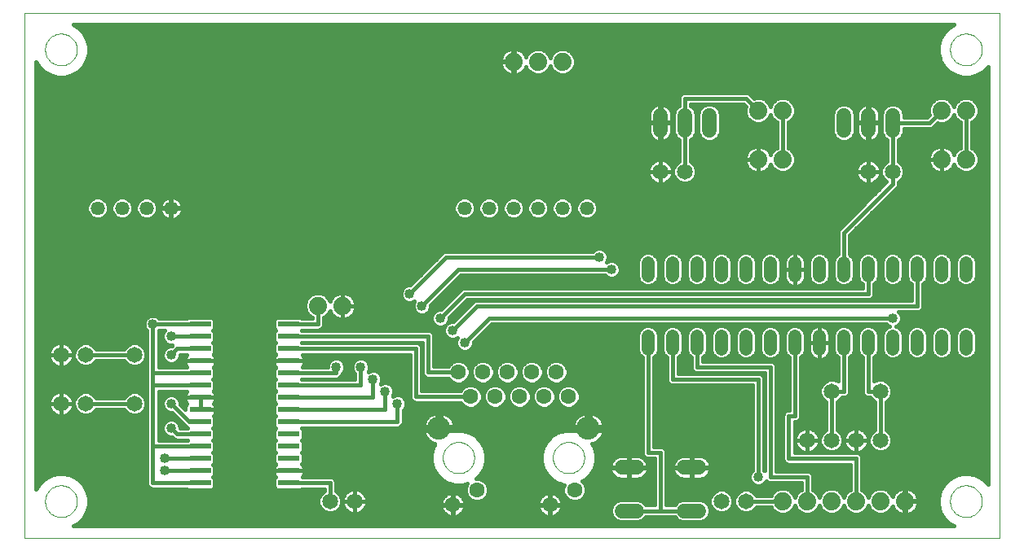
<source format=gtl>
G75*
%MOIN*%
%OFA0B0*%
%FSLAX24Y24*%
%IPPOS*%
%LPD*%
%AMOC8*
5,1,8,0,0,1.08239X$1,22.5*
%
%ADD10C,0.0000*%
%ADD11C,0.0650*%
%ADD12C,0.0600*%
%ADD13C,0.0740*%
%ADD14R,0.0866X0.0236*%
%ADD15C,0.0574*%
%ADD16C,0.0945*%
%ADD17C,0.0630*%
%ADD18C,0.0520*%
%ADD19C,0.0160*%
%ADD20C,0.0400*%
D10*
X000180Y001500D02*
X000180Y022996D01*
X040050Y022996D01*
X040050Y001500D01*
X000180Y001500D01*
X001030Y003000D02*
X001032Y003050D01*
X001038Y003100D01*
X001048Y003150D01*
X001061Y003198D01*
X001078Y003246D01*
X001099Y003292D01*
X001123Y003336D01*
X001151Y003378D01*
X001182Y003418D01*
X001216Y003455D01*
X001253Y003490D01*
X001292Y003521D01*
X001333Y003550D01*
X001377Y003575D01*
X001423Y003597D01*
X001470Y003615D01*
X001518Y003629D01*
X001567Y003640D01*
X001617Y003647D01*
X001667Y003650D01*
X001718Y003649D01*
X001768Y003644D01*
X001818Y003635D01*
X001866Y003623D01*
X001914Y003606D01*
X001960Y003586D01*
X002005Y003563D01*
X002048Y003536D01*
X002088Y003506D01*
X002126Y003473D01*
X002161Y003437D01*
X002194Y003398D01*
X002223Y003357D01*
X002249Y003314D01*
X002272Y003269D01*
X002291Y003222D01*
X002306Y003174D01*
X002318Y003125D01*
X002326Y003075D01*
X002330Y003025D01*
X002330Y002975D01*
X002326Y002925D01*
X002318Y002875D01*
X002306Y002826D01*
X002291Y002778D01*
X002272Y002731D01*
X002249Y002686D01*
X002223Y002643D01*
X002194Y002602D01*
X002161Y002563D01*
X002126Y002527D01*
X002088Y002494D01*
X002048Y002464D01*
X002005Y002437D01*
X001960Y002414D01*
X001914Y002394D01*
X001866Y002377D01*
X001818Y002365D01*
X001768Y002356D01*
X001718Y002351D01*
X001667Y002350D01*
X001617Y002353D01*
X001567Y002360D01*
X001518Y002371D01*
X001470Y002385D01*
X001423Y002403D01*
X001377Y002425D01*
X001333Y002450D01*
X001292Y002479D01*
X001253Y002510D01*
X001216Y002545D01*
X001182Y002582D01*
X001151Y002622D01*
X001123Y002664D01*
X001099Y002708D01*
X001078Y002754D01*
X001061Y002802D01*
X001048Y002850D01*
X001038Y002900D01*
X001032Y002950D01*
X001030Y003000D01*
X017290Y004787D02*
X017292Y004837D01*
X017298Y004887D01*
X017308Y004936D01*
X017321Y004985D01*
X017339Y005032D01*
X017360Y005078D01*
X017384Y005121D01*
X017412Y005163D01*
X017443Y005203D01*
X017477Y005240D01*
X017514Y005274D01*
X017554Y005305D01*
X017596Y005333D01*
X017639Y005357D01*
X017685Y005378D01*
X017732Y005396D01*
X017781Y005409D01*
X017830Y005419D01*
X017880Y005425D01*
X017930Y005427D01*
X017980Y005425D01*
X018030Y005419D01*
X018079Y005409D01*
X018128Y005396D01*
X018175Y005378D01*
X018221Y005357D01*
X018264Y005333D01*
X018306Y005305D01*
X018346Y005274D01*
X018383Y005240D01*
X018417Y005203D01*
X018448Y005163D01*
X018476Y005121D01*
X018500Y005078D01*
X018521Y005032D01*
X018539Y004985D01*
X018552Y004936D01*
X018562Y004887D01*
X018568Y004837D01*
X018570Y004787D01*
X018568Y004737D01*
X018562Y004687D01*
X018552Y004638D01*
X018539Y004589D01*
X018521Y004542D01*
X018500Y004496D01*
X018476Y004453D01*
X018448Y004411D01*
X018417Y004371D01*
X018383Y004334D01*
X018346Y004300D01*
X018306Y004269D01*
X018264Y004241D01*
X018221Y004217D01*
X018175Y004196D01*
X018128Y004178D01*
X018079Y004165D01*
X018030Y004155D01*
X017980Y004149D01*
X017930Y004147D01*
X017880Y004149D01*
X017830Y004155D01*
X017781Y004165D01*
X017732Y004178D01*
X017685Y004196D01*
X017639Y004217D01*
X017596Y004241D01*
X017554Y004269D01*
X017514Y004300D01*
X017477Y004334D01*
X017443Y004371D01*
X017412Y004411D01*
X017384Y004453D01*
X017360Y004496D01*
X017339Y004542D01*
X017321Y004589D01*
X017308Y004638D01*
X017298Y004687D01*
X017292Y004737D01*
X017290Y004787D01*
X021790Y004787D02*
X021792Y004837D01*
X021798Y004887D01*
X021808Y004936D01*
X021821Y004985D01*
X021839Y005032D01*
X021860Y005078D01*
X021884Y005121D01*
X021912Y005163D01*
X021943Y005203D01*
X021977Y005240D01*
X022014Y005274D01*
X022054Y005305D01*
X022096Y005333D01*
X022139Y005357D01*
X022185Y005378D01*
X022232Y005396D01*
X022281Y005409D01*
X022330Y005419D01*
X022380Y005425D01*
X022430Y005427D01*
X022480Y005425D01*
X022530Y005419D01*
X022579Y005409D01*
X022628Y005396D01*
X022675Y005378D01*
X022721Y005357D01*
X022764Y005333D01*
X022806Y005305D01*
X022846Y005274D01*
X022883Y005240D01*
X022917Y005203D01*
X022948Y005163D01*
X022976Y005121D01*
X023000Y005078D01*
X023021Y005032D01*
X023039Y004985D01*
X023052Y004936D01*
X023062Y004887D01*
X023068Y004837D01*
X023070Y004787D01*
X023068Y004737D01*
X023062Y004687D01*
X023052Y004638D01*
X023039Y004589D01*
X023021Y004542D01*
X023000Y004496D01*
X022976Y004453D01*
X022948Y004411D01*
X022917Y004371D01*
X022883Y004334D01*
X022846Y004300D01*
X022806Y004269D01*
X022764Y004241D01*
X022721Y004217D01*
X022675Y004196D01*
X022628Y004178D01*
X022579Y004165D01*
X022530Y004155D01*
X022480Y004149D01*
X022430Y004147D01*
X022380Y004149D01*
X022330Y004155D01*
X022281Y004165D01*
X022232Y004178D01*
X022185Y004196D01*
X022139Y004217D01*
X022096Y004241D01*
X022054Y004269D01*
X022014Y004300D01*
X021977Y004334D01*
X021943Y004371D01*
X021912Y004411D01*
X021884Y004453D01*
X021860Y004496D01*
X021839Y004542D01*
X021821Y004589D01*
X021808Y004638D01*
X021798Y004687D01*
X021792Y004737D01*
X021790Y004787D01*
X038030Y003000D02*
X038032Y003050D01*
X038038Y003100D01*
X038048Y003150D01*
X038061Y003198D01*
X038078Y003246D01*
X038099Y003292D01*
X038123Y003336D01*
X038151Y003378D01*
X038182Y003418D01*
X038216Y003455D01*
X038253Y003490D01*
X038292Y003521D01*
X038333Y003550D01*
X038377Y003575D01*
X038423Y003597D01*
X038470Y003615D01*
X038518Y003629D01*
X038567Y003640D01*
X038617Y003647D01*
X038667Y003650D01*
X038718Y003649D01*
X038768Y003644D01*
X038818Y003635D01*
X038866Y003623D01*
X038914Y003606D01*
X038960Y003586D01*
X039005Y003563D01*
X039048Y003536D01*
X039088Y003506D01*
X039126Y003473D01*
X039161Y003437D01*
X039194Y003398D01*
X039223Y003357D01*
X039249Y003314D01*
X039272Y003269D01*
X039291Y003222D01*
X039306Y003174D01*
X039318Y003125D01*
X039326Y003075D01*
X039330Y003025D01*
X039330Y002975D01*
X039326Y002925D01*
X039318Y002875D01*
X039306Y002826D01*
X039291Y002778D01*
X039272Y002731D01*
X039249Y002686D01*
X039223Y002643D01*
X039194Y002602D01*
X039161Y002563D01*
X039126Y002527D01*
X039088Y002494D01*
X039048Y002464D01*
X039005Y002437D01*
X038960Y002414D01*
X038914Y002394D01*
X038866Y002377D01*
X038818Y002365D01*
X038768Y002356D01*
X038718Y002351D01*
X038667Y002350D01*
X038617Y002353D01*
X038567Y002360D01*
X038518Y002371D01*
X038470Y002385D01*
X038423Y002403D01*
X038377Y002425D01*
X038333Y002450D01*
X038292Y002479D01*
X038253Y002510D01*
X038216Y002545D01*
X038182Y002582D01*
X038151Y002622D01*
X038123Y002664D01*
X038099Y002708D01*
X038078Y002754D01*
X038061Y002802D01*
X038048Y002850D01*
X038038Y002900D01*
X038032Y002950D01*
X038030Y003000D01*
X038030Y021500D02*
X038032Y021550D01*
X038038Y021600D01*
X038048Y021650D01*
X038061Y021698D01*
X038078Y021746D01*
X038099Y021792D01*
X038123Y021836D01*
X038151Y021878D01*
X038182Y021918D01*
X038216Y021955D01*
X038253Y021990D01*
X038292Y022021D01*
X038333Y022050D01*
X038377Y022075D01*
X038423Y022097D01*
X038470Y022115D01*
X038518Y022129D01*
X038567Y022140D01*
X038617Y022147D01*
X038667Y022150D01*
X038718Y022149D01*
X038768Y022144D01*
X038818Y022135D01*
X038866Y022123D01*
X038914Y022106D01*
X038960Y022086D01*
X039005Y022063D01*
X039048Y022036D01*
X039088Y022006D01*
X039126Y021973D01*
X039161Y021937D01*
X039194Y021898D01*
X039223Y021857D01*
X039249Y021814D01*
X039272Y021769D01*
X039291Y021722D01*
X039306Y021674D01*
X039318Y021625D01*
X039326Y021575D01*
X039330Y021525D01*
X039330Y021475D01*
X039326Y021425D01*
X039318Y021375D01*
X039306Y021326D01*
X039291Y021278D01*
X039272Y021231D01*
X039249Y021186D01*
X039223Y021143D01*
X039194Y021102D01*
X039161Y021063D01*
X039126Y021027D01*
X039088Y020994D01*
X039048Y020964D01*
X039005Y020937D01*
X038960Y020914D01*
X038914Y020894D01*
X038866Y020877D01*
X038818Y020865D01*
X038768Y020856D01*
X038718Y020851D01*
X038667Y020850D01*
X038617Y020853D01*
X038567Y020860D01*
X038518Y020871D01*
X038470Y020885D01*
X038423Y020903D01*
X038377Y020925D01*
X038333Y020950D01*
X038292Y020979D01*
X038253Y021010D01*
X038216Y021045D01*
X038182Y021082D01*
X038151Y021122D01*
X038123Y021164D01*
X038099Y021208D01*
X038078Y021254D01*
X038061Y021302D01*
X038048Y021350D01*
X038038Y021400D01*
X038032Y021450D01*
X038030Y021500D01*
X001030Y021500D02*
X001032Y021550D01*
X001038Y021600D01*
X001048Y021650D01*
X001061Y021698D01*
X001078Y021746D01*
X001099Y021792D01*
X001123Y021836D01*
X001151Y021878D01*
X001182Y021918D01*
X001216Y021955D01*
X001253Y021990D01*
X001292Y022021D01*
X001333Y022050D01*
X001377Y022075D01*
X001423Y022097D01*
X001470Y022115D01*
X001518Y022129D01*
X001567Y022140D01*
X001617Y022147D01*
X001667Y022150D01*
X001718Y022149D01*
X001768Y022144D01*
X001818Y022135D01*
X001866Y022123D01*
X001914Y022106D01*
X001960Y022086D01*
X002005Y022063D01*
X002048Y022036D01*
X002088Y022006D01*
X002126Y021973D01*
X002161Y021937D01*
X002194Y021898D01*
X002223Y021857D01*
X002249Y021814D01*
X002272Y021769D01*
X002291Y021722D01*
X002306Y021674D01*
X002318Y021625D01*
X002326Y021575D01*
X002330Y021525D01*
X002330Y021475D01*
X002326Y021425D01*
X002318Y021375D01*
X002306Y021326D01*
X002291Y021278D01*
X002272Y021231D01*
X002249Y021186D01*
X002223Y021143D01*
X002194Y021102D01*
X002161Y021063D01*
X002126Y021027D01*
X002088Y020994D01*
X002048Y020964D01*
X002005Y020937D01*
X001960Y020914D01*
X001914Y020894D01*
X001866Y020877D01*
X001818Y020865D01*
X001768Y020856D01*
X001718Y020851D01*
X001667Y020850D01*
X001617Y020853D01*
X001567Y020860D01*
X001518Y020871D01*
X001470Y020885D01*
X001423Y020903D01*
X001377Y020925D01*
X001333Y020950D01*
X001292Y020979D01*
X001253Y021010D01*
X001216Y021045D01*
X001182Y021082D01*
X001151Y021122D01*
X001123Y021164D01*
X001099Y021208D01*
X001078Y021254D01*
X001061Y021302D01*
X001048Y021350D01*
X001038Y021400D01*
X001032Y021450D01*
X001030Y021500D01*
D11*
X001680Y009000D03*
X002680Y009000D03*
X004680Y009000D03*
X004680Y007000D03*
X002680Y007000D03*
X001680Y007000D03*
X012680Y003000D03*
X013680Y003000D03*
X028680Y003000D03*
X029680Y003000D03*
X032180Y005500D03*
X033180Y005500D03*
X034180Y005500D03*
X035180Y005500D03*
X035180Y007500D03*
X033180Y007500D03*
X034680Y016500D03*
X035680Y016500D03*
X027180Y016500D03*
X026180Y016500D03*
D12*
X026180Y018200D02*
X026180Y018800D01*
X027180Y018800D02*
X027180Y018200D01*
X028180Y018200D02*
X028180Y018800D01*
X033680Y018800D02*
X033680Y018200D01*
X034680Y018200D02*
X034680Y018800D01*
X035680Y018800D02*
X035680Y018200D01*
X027760Y004390D02*
X027160Y004390D01*
X025200Y004390D02*
X024600Y004390D01*
X024600Y002610D02*
X025200Y002610D01*
X027160Y002610D02*
X027760Y002610D01*
D13*
X031180Y003000D03*
X032180Y003000D03*
X033180Y003000D03*
X034180Y003000D03*
X035180Y003000D03*
X036180Y003000D03*
X013180Y011000D03*
X012180Y011000D03*
X020180Y021000D03*
X021180Y021000D03*
X022180Y021000D03*
X030180Y019000D03*
X031180Y019000D03*
X031180Y017000D03*
X030180Y017000D03*
X037680Y017000D03*
X038680Y017000D03*
X038680Y019000D03*
X037680Y019000D03*
D14*
X010991Y010250D03*
X010991Y009750D03*
X010991Y009250D03*
X010991Y008750D03*
X010991Y008250D03*
X010991Y007750D03*
X010991Y007250D03*
X010991Y006750D03*
X010991Y006250D03*
X010991Y005750D03*
X010991Y005250D03*
X010991Y004750D03*
X010991Y004250D03*
X010991Y003750D03*
X007369Y003750D03*
X007369Y004250D03*
X007369Y004750D03*
X007369Y005250D03*
X007369Y005750D03*
X007369Y006250D03*
X007369Y006750D03*
X007369Y007250D03*
X007369Y007750D03*
X007369Y008250D03*
X007369Y008750D03*
X007369Y009250D03*
X007369Y009750D03*
X007369Y010250D03*
D15*
X006180Y015000D03*
X005180Y015000D03*
X004180Y015000D03*
X003180Y015000D03*
X018180Y015000D03*
X019180Y015000D03*
X020180Y015000D03*
X021180Y015000D03*
X022180Y015000D03*
X023180Y015000D03*
D16*
X023231Y005988D03*
X017129Y005988D03*
D17*
X018430Y007283D03*
X019430Y007283D03*
X020430Y007283D03*
X021430Y007283D03*
X022430Y007283D03*
X021930Y008283D03*
X020930Y008283D03*
X019930Y008283D03*
X018930Y008283D03*
X017930Y008283D03*
X018690Y003457D03*
X017690Y002858D03*
X021670Y002858D03*
X022670Y003457D03*
D18*
X025680Y009240D02*
X025680Y009760D01*
X026680Y009760D02*
X026680Y009240D01*
X027680Y009240D02*
X027680Y009760D01*
X028680Y009760D02*
X028680Y009240D01*
X029680Y009240D02*
X029680Y009760D01*
X030680Y009760D02*
X030680Y009240D01*
X031680Y009240D02*
X031680Y009760D01*
X032680Y009760D02*
X032680Y009240D01*
X033680Y009240D02*
X033680Y009760D01*
X034680Y009760D02*
X034680Y009240D01*
X035680Y009240D02*
X035680Y009760D01*
X036680Y009760D02*
X036680Y009240D01*
X037680Y009240D02*
X037680Y009760D01*
X038680Y009760D02*
X038680Y009240D01*
X038680Y012240D02*
X038680Y012760D01*
X037680Y012760D02*
X037680Y012240D01*
X036680Y012240D02*
X036680Y012760D01*
X035680Y012760D02*
X035680Y012240D01*
X034680Y012240D02*
X034680Y012760D01*
X033680Y012760D02*
X033680Y012240D01*
X032680Y012240D02*
X032680Y012760D01*
X031680Y012760D02*
X031680Y012240D01*
X030680Y012240D02*
X030680Y012760D01*
X029680Y012760D02*
X029680Y012240D01*
X028680Y012240D02*
X028680Y012760D01*
X027680Y012760D02*
X027680Y012240D01*
X026680Y012240D02*
X026680Y012760D01*
X025680Y012760D02*
X025680Y012240D01*
D19*
X025365Y011961D02*
X017730Y011961D01*
X017572Y011803D02*
X031629Y011803D01*
X031645Y011800D02*
X031680Y011800D01*
X031715Y011800D01*
X031783Y011811D01*
X031849Y011832D01*
X031911Y011864D01*
X031967Y011904D01*
X032016Y011953D01*
X032056Y012009D01*
X032088Y012071D01*
X032109Y012137D01*
X032120Y012205D01*
X032120Y012500D01*
X032120Y012795D01*
X032109Y012863D01*
X032088Y012929D01*
X032056Y012991D01*
X032016Y013047D01*
X031967Y013096D01*
X031911Y013136D01*
X031849Y013168D01*
X031783Y013189D01*
X031715Y013200D01*
X031680Y013200D01*
X031680Y012500D01*
X032120Y012500D01*
X031680Y012500D01*
X031680Y012500D01*
X031680Y012500D01*
X031680Y011800D01*
X031680Y012500D01*
X031680Y012500D01*
X031680Y012500D01*
X031240Y012500D01*
X031240Y012795D01*
X031251Y012863D01*
X031272Y012929D01*
X031304Y012991D01*
X031344Y013047D01*
X031393Y013096D01*
X031449Y013136D01*
X031511Y013168D01*
X031577Y013189D01*
X031645Y013200D01*
X031680Y013200D01*
X031680Y012500D01*
X031240Y012500D01*
X031240Y012205D01*
X031251Y012137D01*
X031272Y012071D01*
X031304Y012009D01*
X031344Y011953D01*
X031393Y011904D01*
X031449Y011864D01*
X031511Y011832D01*
X031577Y011811D01*
X031645Y011800D01*
X031680Y011803D02*
X031680Y011803D01*
X031731Y011803D02*
X034440Y011803D01*
X034440Y011740D02*
X018132Y011740D01*
X018044Y011703D01*
X017977Y011636D01*
X017201Y010860D01*
X017108Y010860D01*
X016976Y010805D01*
X016875Y010704D01*
X016820Y010572D01*
X016820Y010428D01*
X016875Y010296D01*
X016976Y010195D01*
X017108Y010140D01*
X017252Y010140D01*
X017368Y010188D01*
X017320Y010072D01*
X017320Y009928D01*
X017375Y009796D01*
X017476Y009695D01*
X017608Y009640D01*
X017752Y009640D01*
X017868Y009688D01*
X017820Y009572D01*
X017820Y009428D01*
X017875Y009296D01*
X017976Y009195D01*
X018108Y009140D01*
X018252Y009140D01*
X018384Y009195D01*
X018485Y009296D01*
X018540Y009428D01*
X018540Y009521D01*
X019279Y010260D01*
X035411Y010260D01*
X035476Y010195D01*
X035554Y010162D01*
X035442Y010116D01*
X035324Y009998D01*
X035260Y009844D01*
X035260Y009156D01*
X035324Y009002D01*
X035442Y008884D01*
X035596Y008820D01*
X035764Y008820D01*
X035918Y008884D01*
X036036Y009002D01*
X036100Y009156D01*
X036100Y009844D01*
X036036Y009998D01*
X035918Y010116D01*
X035806Y010162D01*
X035884Y010195D01*
X035985Y010296D01*
X036040Y010428D01*
X036040Y010572D01*
X035985Y010704D01*
X035929Y010760D01*
X036728Y010760D01*
X036816Y010797D01*
X036883Y010864D01*
X036920Y010952D01*
X036920Y011886D01*
X037036Y012002D01*
X037100Y012156D01*
X037100Y012844D01*
X037036Y012998D01*
X036918Y013116D01*
X036764Y013180D01*
X036596Y013180D01*
X036442Y013116D01*
X036324Y012998D01*
X036260Y012844D01*
X036260Y012156D01*
X036324Y012002D01*
X036440Y011886D01*
X036440Y011240D01*
X018632Y011240D01*
X018544Y011203D01*
X018477Y011136D01*
X017701Y010360D01*
X017608Y010360D01*
X017492Y010312D01*
X017540Y010428D01*
X017540Y010521D01*
X018279Y011260D01*
X034728Y011260D01*
X034816Y011297D01*
X034883Y011364D01*
X034920Y011452D01*
X034920Y011886D01*
X035036Y012002D01*
X035100Y012156D01*
X035100Y012844D01*
X035036Y012998D01*
X034918Y013116D01*
X034764Y013180D01*
X034596Y013180D01*
X034442Y013116D01*
X034324Y012998D01*
X034260Y012844D01*
X034260Y012156D01*
X034324Y012002D01*
X034440Y011886D01*
X034440Y011740D01*
X034365Y011961D02*
X033995Y011961D01*
X034036Y012002D02*
X033918Y011884D01*
X033764Y011820D01*
X033596Y011820D01*
X033442Y011884D01*
X033324Y012002D01*
X033260Y012156D01*
X033260Y012844D01*
X033324Y012998D01*
X033440Y013114D01*
X033440Y014048D01*
X033477Y014136D01*
X033544Y014203D01*
X035422Y016082D01*
X034964Y016082D01*
X034945Y016068D02*
X035009Y016115D01*
X035065Y016171D01*
X035112Y016235D01*
X035148Y016306D01*
X035173Y016382D01*
X035185Y016460D01*
X035185Y016500D01*
X035185Y016540D01*
X035173Y016618D01*
X035148Y016694D01*
X035112Y016765D01*
X035065Y016829D01*
X035009Y016885D01*
X034945Y016932D01*
X034874Y016968D01*
X034798Y016993D01*
X034720Y017005D01*
X034680Y017005D01*
X034680Y016500D01*
X035185Y016500D01*
X034680Y016500D01*
X034680Y016500D01*
X034680Y016500D01*
X034680Y015995D01*
X034720Y015995D01*
X034798Y016007D01*
X034874Y016032D01*
X034945Y016068D01*
X035115Y016241D02*
X035263Y016241D01*
X035269Y016225D02*
X035405Y016089D01*
X035422Y016082D01*
X035269Y016225D02*
X035195Y016404D01*
X035195Y016596D01*
X035269Y016775D01*
X035405Y016911D01*
X035440Y016926D01*
X035440Y017802D01*
X035419Y017810D01*
X035290Y017939D01*
X035220Y018108D01*
X035220Y018891D01*
X035290Y019061D01*
X035419Y019190D01*
X035588Y019260D01*
X035771Y019260D01*
X035941Y019190D01*
X036070Y019061D01*
X036140Y018891D01*
X036140Y018740D01*
X037081Y018740D01*
X037175Y018834D01*
X037150Y018895D01*
X037150Y019105D01*
X037231Y019300D01*
X037380Y019449D01*
X037575Y019530D01*
X037785Y019530D01*
X037980Y019449D01*
X038129Y019300D01*
X038180Y019178D01*
X038231Y019300D01*
X038380Y019449D01*
X038575Y019530D01*
X038785Y019530D01*
X038980Y019449D01*
X039129Y019300D01*
X039210Y019105D01*
X039210Y018895D01*
X039129Y018700D01*
X038980Y018551D01*
X038920Y018526D01*
X038920Y017474D01*
X038980Y017449D01*
X039129Y017300D01*
X039210Y017105D01*
X039210Y016895D01*
X039129Y016700D01*
X038980Y016551D01*
X038785Y016470D01*
X038575Y016470D01*
X038380Y016551D01*
X038231Y016700D01*
X038191Y016794D01*
X038190Y016789D01*
X038150Y016712D01*
X038100Y016642D01*
X038038Y016580D01*
X037968Y016530D01*
X037891Y016490D01*
X037809Y016464D01*
X037723Y016450D01*
X037689Y016450D01*
X037689Y016991D01*
X037671Y016991D01*
X037671Y016450D01*
X037637Y016450D01*
X037551Y016464D01*
X037469Y016490D01*
X037392Y016530D01*
X037322Y016580D01*
X037260Y016642D01*
X037210Y016712D01*
X037170Y016789D01*
X037144Y016871D01*
X037130Y016957D01*
X037130Y016991D01*
X037671Y016991D01*
X037671Y017009D01*
X037671Y017550D01*
X037637Y017550D01*
X037551Y017536D01*
X037469Y017510D01*
X037392Y017470D01*
X037322Y017420D01*
X037260Y017358D01*
X037210Y017288D01*
X037170Y017211D01*
X037144Y017129D01*
X037130Y017043D01*
X037130Y017009D01*
X037671Y017009D01*
X037689Y017009D01*
X037689Y017550D01*
X037723Y017550D01*
X037809Y017536D01*
X037891Y017510D01*
X037968Y017470D01*
X038038Y017420D01*
X038100Y017358D01*
X038150Y017288D01*
X038190Y017211D01*
X038191Y017206D01*
X038231Y017300D01*
X038380Y017449D01*
X038440Y017474D01*
X038440Y018526D01*
X038380Y018551D01*
X038231Y018700D01*
X038180Y018822D01*
X038129Y018700D01*
X037980Y018551D01*
X037785Y018470D01*
X037575Y018470D01*
X037514Y018495D01*
X037383Y018364D01*
X037316Y018297D01*
X037228Y018260D01*
X036140Y018260D01*
X036140Y018108D01*
X036070Y017939D01*
X035941Y017810D01*
X035920Y017802D01*
X035920Y016926D01*
X035955Y016911D01*
X036091Y016775D01*
X036165Y016596D01*
X036165Y016404D01*
X036091Y016225D01*
X035955Y016089D01*
X035920Y016074D01*
X035920Y015952D01*
X035883Y015864D01*
X033920Y013901D01*
X033920Y013114D01*
X034036Y012998D01*
X034100Y012844D01*
X034100Y012156D01*
X034036Y012002D01*
X034085Y012120D02*
X034275Y012120D01*
X034260Y012278D02*
X034100Y012278D01*
X034100Y012437D02*
X034260Y012437D01*
X034260Y012595D02*
X034100Y012595D01*
X034100Y012754D02*
X034260Y012754D01*
X034288Y012912D02*
X034072Y012912D01*
X033963Y013071D02*
X034397Y013071D01*
X033920Y013229D02*
X039570Y013229D01*
X039570Y013071D02*
X038963Y013071D01*
X038918Y013116D02*
X038764Y013180D01*
X038596Y013180D01*
X038442Y013116D01*
X038324Y012998D01*
X038260Y012844D01*
X038260Y012156D01*
X038324Y012002D01*
X038442Y011884D01*
X038596Y011820D01*
X038764Y011820D01*
X038918Y011884D01*
X039036Y012002D01*
X039100Y012156D01*
X039100Y012844D01*
X039036Y012998D01*
X038918Y013116D01*
X039072Y012912D02*
X039570Y012912D01*
X039570Y012754D02*
X039100Y012754D01*
X039100Y012595D02*
X039570Y012595D01*
X039570Y012437D02*
X039100Y012437D01*
X039100Y012278D02*
X039570Y012278D01*
X039570Y012120D02*
X039085Y012120D01*
X038995Y011961D02*
X039570Y011961D01*
X039570Y011803D02*
X036920Y011803D01*
X036920Y011644D02*
X039570Y011644D01*
X039570Y011486D02*
X036920Y011486D01*
X036920Y011327D02*
X039570Y011327D01*
X039570Y011169D02*
X036920Y011169D01*
X036920Y011010D02*
X039570Y011010D01*
X039570Y010852D02*
X036871Y010852D01*
X036680Y011000D02*
X036680Y012500D01*
X037100Y012437D02*
X037260Y012437D01*
X037260Y012595D02*
X037100Y012595D01*
X037100Y012754D02*
X037260Y012754D01*
X037260Y012844D02*
X037324Y012998D01*
X037442Y013116D01*
X037596Y013180D01*
X037764Y013180D01*
X037918Y013116D01*
X038036Y012998D01*
X038100Y012844D01*
X038100Y012156D01*
X038036Y012002D01*
X037918Y011884D01*
X037764Y011820D01*
X037596Y011820D01*
X037442Y011884D01*
X037324Y012002D01*
X037260Y012156D01*
X037260Y012844D01*
X037288Y012912D02*
X037072Y012912D01*
X036963Y013071D02*
X037397Y013071D01*
X037963Y013071D02*
X038397Y013071D01*
X038288Y012912D02*
X038072Y012912D01*
X038100Y012754D02*
X038260Y012754D01*
X038260Y012595D02*
X038100Y012595D01*
X038100Y012437D02*
X038260Y012437D01*
X038260Y012278D02*
X038100Y012278D01*
X038085Y012120D02*
X038275Y012120D01*
X038365Y011961D02*
X037995Y011961D01*
X037365Y011961D02*
X036995Y011961D01*
X037085Y012120D02*
X037275Y012120D01*
X037260Y012278D02*
X037100Y012278D01*
X036365Y011961D02*
X035995Y011961D01*
X036036Y012002D02*
X036100Y012156D01*
X036100Y012844D01*
X036036Y012998D01*
X035918Y013116D01*
X035764Y013180D01*
X035596Y013180D01*
X035442Y013116D01*
X035324Y012998D01*
X035260Y012844D01*
X035260Y012156D01*
X035324Y012002D01*
X035442Y011884D01*
X035596Y011820D01*
X035764Y011820D01*
X035918Y011884D01*
X036036Y012002D01*
X036085Y012120D02*
X036275Y012120D01*
X036260Y012278D02*
X036100Y012278D01*
X036100Y012437D02*
X036260Y012437D01*
X036260Y012595D02*
X036100Y012595D01*
X036100Y012754D02*
X036260Y012754D01*
X036288Y012912D02*
X036072Y012912D01*
X035963Y013071D02*
X036397Y013071D01*
X035397Y013071D02*
X034963Y013071D01*
X035072Y012912D02*
X035288Y012912D01*
X035260Y012754D02*
X035100Y012754D01*
X035100Y012595D02*
X035260Y012595D01*
X035260Y012437D02*
X035100Y012437D01*
X035100Y012278D02*
X035260Y012278D01*
X035275Y012120D02*
X035085Y012120D01*
X034995Y011961D02*
X035365Y011961D01*
X034920Y011803D02*
X036440Y011803D01*
X036440Y011644D02*
X034920Y011644D01*
X034920Y011486D02*
X036440Y011486D01*
X036440Y011327D02*
X034846Y011327D01*
X034680Y011500D02*
X034680Y012500D01*
X033680Y012500D02*
X033680Y014000D01*
X035680Y016000D01*
X035680Y016500D01*
X035680Y018500D01*
X037180Y018500D01*
X037680Y019000D01*
X038048Y018618D02*
X038312Y018618D01*
X038199Y018777D02*
X038161Y018777D01*
X038680Y019000D02*
X038680Y017000D01*
X039174Y017192D02*
X039570Y017192D01*
X039570Y017350D02*
X039080Y017350D01*
X038920Y017509D02*
X039570Y017509D01*
X039570Y017667D02*
X038920Y017667D01*
X038920Y017826D02*
X039570Y017826D01*
X039570Y017984D02*
X038920Y017984D01*
X038920Y018143D02*
X039570Y018143D01*
X039570Y018301D02*
X038920Y018301D01*
X038920Y018460D02*
X039570Y018460D01*
X039570Y018618D02*
X039048Y018618D01*
X039161Y018777D02*
X039570Y018777D01*
X039570Y018935D02*
X039210Y018935D01*
X039210Y019094D02*
X039570Y019094D01*
X039570Y019252D02*
X039149Y019252D01*
X039019Y019411D02*
X039570Y019411D01*
X039570Y019569D02*
X029950Y019569D01*
X030014Y019505D02*
X029883Y019636D01*
X029816Y019703D01*
X029728Y019740D01*
X027132Y019740D01*
X027044Y019703D01*
X026977Y019636D01*
X026940Y019548D01*
X026940Y019198D01*
X026919Y019190D01*
X026790Y019061D01*
X026720Y018891D01*
X026720Y018108D01*
X026790Y017939D01*
X026919Y017810D01*
X026940Y017802D01*
X026940Y016926D01*
X026905Y016911D01*
X026769Y016775D01*
X026695Y016596D01*
X026695Y016404D01*
X026769Y016225D01*
X026905Y016089D01*
X027084Y016015D01*
X027276Y016015D01*
X027455Y016089D01*
X027591Y016225D01*
X027665Y016404D01*
X027665Y016596D01*
X027591Y016775D01*
X027455Y016911D01*
X027420Y016926D01*
X027420Y017802D01*
X027441Y017810D01*
X027570Y017939D01*
X027640Y018108D01*
X027640Y018891D01*
X027570Y019061D01*
X027441Y019190D01*
X027420Y019198D01*
X027420Y019260D01*
X029581Y019260D01*
X029675Y019166D01*
X029650Y019105D01*
X029650Y018895D01*
X029731Y018700D01*
X029880Y018551D01*
X030075Y018470D01*
X030285Y018470D01*
X030480Y018551D01*
X030629Y018700D01*
X030680Y018822D01*
X030731Y018700D01*
X030880Y018551D01*
X030940Y018526D01*
X030940Y017474D01*
X030880Y017449D01*
X030731Y017300D01*
X030691Y017206D01*
X030690Y017211D01*
X030650Y017288D01*
X030600Y017358D01*
X030538Y017420D01*
X030468Y017470D01*
X030391Y017510D01*
X030309Y017536D01*
X030223Y017550D01*
X030189Y017550D01*
X030189Y017009D01*
X030171Y017009D01*
X030171Y017550D01*
X030137Y017550D01*
X030051Y017536D01*
X029969Y017510D01*
X029892Y017470D01*
X029822Y017420D01*
X029760Y017358D01*
X029710Y017288D01*
X029670Y017211D01*
X029644Y017129D01*
X029630Y017043D01*
X029630Y017009D01*
X030171Y017009D01*
X030171Y016991D01*
X030189Y016991D01*
X030189Y016450D01*
X030223Y016450D01*
X030309Y016464D01*
X030391Y016490D01*
X030468Y016530D01*
X030538Y016580D01*
X030600Y016642D01*
X030650Y016712D01*
X030690Y016789D01*
X030691Y016794D01*
X030731Y016700D01*
X030880Y016551D01*
X031075Y016470D01*
X031285Y016470D01*
X031480Y016551D01*
X031629Y016700D01*
X031710Y016895D01*
X031710Y017105D01*
X031629Y017300D01*
X031480Y017449D01*
X031420Y017474D01*
X031420Y018526D01*
X031480Y018551D01*
X031629Y018700D01*
X031710Y018895D01*
X031710Y019105D01*
X031629Y019300D01*
X031480Y019449D01*
X031285Y019530D01*
X031075Y019530D01*
X030880Y019449D01*
X030731Y019300D01*
X030680Y019178D01*
X030629Y019300D01*
X030480Y019449D01*
X030285Y019530D01*
X030075Y019530D01*
X030014Y019505D01*
X029680Y019500D02*
X027180Y019500D01*
X027180Y018500D01*
X027180Y016500D01*
X026745Y016716D02*
X026637Y016716D01*
X026648Y016694D02*
X026612Y016765D01*
X026565Y016829D01*
X026509Y016885D01*
X026445Y016932D01*
X026374Y016968D01*
X026298Y016993D01*
X026220Y017005D01*
X026180Y017005D01*
X026180Y016500D01*
X026685Y016500D01*
X026685Y016540D01*
X026673Y016618D01*
X026648Y016694D01*
X026682Y016558D02*
X026695Y016558D01*
X026685Y016500D02*
X026180Y016500D01*
X026180Y016500D01*
X026180Y016500D01*
X026180Y015995D01*
X026220Y015995D01*
X026298Y016007D01*
X026374Y016032D01*
X026445Y016068D01*
X026509Y016115D01*
X026565Y016171D01*
X026612Y016235D01*
X026648Y016306D01*
X026673Y016382D01*
X026685Y016460D01*
X026685Y016500D01*
X026675Y016399D02*
X026697Y016399D01*
X026763Y016241D02*
X026615Y016241D01*
X026464Y016082D02*
X026922Y016082D01*
X026180Y016082D02*
X026180Y016082D01*
X026180Y015995D02*
X026180Y016500D01*
X026180Y016500D01*
X026180Y016500D01*
X025675Y016500D01*
X025675Y016540D01*
X025687Y016618D01*
X025712Y016694D01*
X025748Y016765D01*
X025795Y016829D01*
X025851Y016885D01*
X025915Y016932D01*
X025986Y016968D01*
X026062Y016993D01*
X026140Y017005D01*
X026180Y017005D01*
X026180Y016500D01*
X025675Y016500D01*
X025675Y016460D01*
X025687Y016382D01*
X025712Y016306D01*
X025748Y016235D01*
X025795Y016171D01*
X025851Y016115D01*
X025915Y016068D01*
X025986Y016032D01*
X026062Y016007D01*
X026140Y015995D01*
X026180Y015995D01*
X026180Y016241D02*
X026180Y016241D01*
X026180Y016399D02*
X026180Y016399D01*
X026180Y016558D02*
X026180Y016558D01*
X026180Y016716D02*
X026180Y016716D01*
X026180Y016875D02*
X026180Y016875D01*
X026520Y016875D02*
X026869Y016875D01*
X026940Y017033D02*
X000660Y017033D01*
X000660Y016875D02*
X025840Y016875D01*
X025723Y016716D02*
X000660Y016716D01*
X000660Y016558D02*
X025678Y016558D01*
X025685Y016399D02*
X000660Y016399D01*
X000660Y016241D02*
X025745Y016241D01*
X025896Y016082D02*
X000660Y016082D01*
X000660Y015924D02*
X035264Y015924D01*
X035106Y015765D02*
X000660Y015765D01*
X000660Y015607D02*
X034947Y015607D01*
X034789Y015448D02*
X006312Y015448D01*
X006289Y015456D02*
X006217Y015467D01*
X006194Y015467D01*
X006194Y015014D01*
X006647Y015014D01*
X006647Y015037D01*
X006636Y015109D01*
X006613Y015179D01*
X006579Y015245D01*
X006536Y015304D01*
X006484Y015356D01*
X006425Y015399D01*
X006359Y015433D01*
X006289Y015456D01*
X006194Y015448D02*
X006166Y015448D01*
X006166Y015467D02*
X006143Y015467D01*
X006071Y015456D01*
X006001Y015433D01*
X005935Y015399D01*
X005876Y015356D01*
X005824Y015304D01*
X005781Y015245D01*
X005747Y015179D01*
X005724Y015109D01*
X005713Y015037D01*
X005713Y015014D01*
X006166Y015014D01*
X006166Y015467D01*
X006048Y015448D02*
X000660Y015448D01*
X000660Y015290D02*
X002837Y015290D01*
X002801Y015253D02*
X002733Y015089D01*
X002733Y014911D01*
X002801Y014747D01*
X002927Y014621D01*
X003091Y014553D01*
X003269Y014553D01*
X003433Y014621D01*
X003559Y014747D01*
X003627Y014911D01*
X003627Y015089D01*
X003559Y015253D01*
X003433Y015379D01*
X003269Y015447D01*
X003091Y015447D01*
X002927Y015379D01*
X002801Y015253D01*
X002750Y015131D02*
X000660Y015131D01*
X000660Y014973D02*
X002733Y014973D01*
X002773Y014814D02*
X000660Y014814D01*
X000660Y014656D02*
X002892Y014656D01*
X003468Y014656D02*
X003892Y014656D01*
X003927Y014621D02*
X004091Y014553D01*
X004269Y014553D01*
X004433Y014621D01*
X004559Y014747D01*
X004627Y014911D01*
X004627Y015089D01*
X004559Y015253D01*
X004433Y015379D01*
X004269Y015447D01*
X004091Y015447D01*
X003927Y015379D01*
X003801Y015253D01*
X003733Y015089D01*
X003733Y014911D01*
X003801Y014747D01*
X003927Y014621D01*
X003773Y014814D02*
X003587Y014814D01*
X003627Y014973D02*
X003733Y014973D01*
X003750Y015131D02*
X003610Y015131D01*
X003523Y015290D02*
X003837Y015290D01*
X004523Y015290D02*
X004837Y015290D01*
X004801Y015253D02*
X004733Y015089D01*
X004733Y014911D01*
X004801Y014747D01*
X004927Y014621D01*
X005091Y014553D01*
X005269Y014553D01*
X005433Y014621D01*
X005559Y014747D01*
X005627Y014911D01*
X005627Y015089D01*
X005559Y015253D01*
X005433Y015379D01*
X005269Y015447D01*
X005091Y015447D01*
X004927Y015379D01*
X004801Y015253D01*
X004750Y015131D02*
X004610Y015131D01*
X004627Y014973D02*
X004733Y014973D01*
X004773Y014814D02*
X004587Y014814D01*
X004468Y014656D02*
X004892Y014656D01*
X005468Y014656D02*
X005864Y014656D01*
X005876Y014644D02*
X005935Y014601D01*
X006001Y014567D01*
X006071Y014544D01*
X006143Y014533D01*
X006166Y014533D01*
X006166Y014986D01*
X006194Y014986D01*
X006194Y015014D01*
X006166Y015014D01*
X006166Y014986D01*
X005713Y014986D01*
X005713Y014963D01*
X005724Y014891D01*
X005747Y014821D01*
X005781Y014755D01*
X005824Y014696D01*
X005876Y014644D01*
X005751Y014814D02*
X005587Y014814D01*
X005627Y014973D02*
X005713Y014973D01*
X005732Y015131D02*
X005610Y015131D01*
X005523Y015290D02*
X005813Y015290D01*
X006166Y015290D02*
X006194Y015290D01*
X006194Y015131D02*
X006166Y015131D01*
X006194Y014986D02*
X006647Y014986D01*
X006647Y014963D01*
X006636Y014891D01*
X006613Y014821D01*
X006579Y014755D01*
X006536Y014696D01*
X006484Y014644D01*
X006425Y014601D01*
X006359Y014567D01*
X006289Y014544D01*
X006217Y014533D01*
X006194Y014533D01*
X006194Y014986D01*
X006194Y014973D02*
X006166Y014973D01*
X006166Y014814D02*
X006194Y014814D01*
X006194Y014656D02*
X006166Y014656D01*
X006496Y014656D02*
X017892Y014656D01*
X017927Y014621D02*
X018091Y014553D01*
X018269Y014553D01*
X018433Y014621D01*
X018559Y014747D01*
X018627Y014911D01*
X018627Y015089D01*
X018559Y015253D01*
X018433Y015379D01*
X018269Y015447D01*
X018091Y015447D01*
X017927Y015379D01*
X017801Y015253D01*
X017733Y015089D01*
X017733Y014911D01*
X017801Y014747D01*
X017927Y014621D01*
X017773Y014814D02*
X006609Y014814D01*
X006647Y014973D02*
X017733Y014973D01*
X017750Y015131D02*
X006628Y015131D01*
X006547Y015290D02*
X017837Y015290D01*
X018523Y015290D02*
X018837Y015290D01*
X018801Y015253D02*
X018733Y015089D01*
X018733Y014911D01*
X018801Y014747D01*
X018927Y014621D01*
X019091Y014553D01*
X019269Y014553D01*
X019433Y014621D01*
X019559Y014747D01*
X019627Y014911D01*
X019627Y015089D01*
X019559Y015253D01*
X019433Y015379D01*
X019269Y015447D01*
X019091Y015447D01*
X018927Y015379D01*
X018801Y015253D01*
X018750Y015131D02*
X018610Y015131D01*
X018627Y014973D02*
X018733Y014973D01*
X018773Y014814D02*
X018587Y014814D01*
X018468Y014656D02*
X018892Y014656D01*
X019468Y014656D02*
X019892Y014656D01*
X019927Y014621D02*
X019801Y014747D01*
X019733Y014911D01*
X019733Y015089D01*
X019801Y015253D01*
X019927Y015379D01*
X020091Y015447D01*
X020269Y015447D01*
X020433Y015379D01*
X020559Y015253D01*
X020627Y015089D01*
X020627Y014911D01*
X020559Y014747D01*
X020433Y014621D01*
X020269Y014553D01*
X020091Y014553D01*
X019927Y014621D01*
X019773Y014814D02*
X019587Y014814D01*
X019627Y014973D02*
X019733Y014973D01*
X019750Y015131D02*
X019610Y015131D01*
X019523Y015290D02*
X019837Y015290D01*
X020523Y015290D02*
X020837Y015290D01*
X020801Y015253D02*
X020733Y015089D01*
X020733Y014911D01*
X020801Y014747D01*
X020927Y014621D01*
X021091Y014553D01*
X021269Y014553D01*
X021433Y014621D01*
X021559Y014747D01*
X021627Y014911D01*
X021627Y015089D01*
X021559Y015253D01*
X021433Y015379D01*
X021269Y015447D01*
X021091Y015447D01*
X020927Y015379D01*
X020801Y015253D01*
X020750Y015131D02*
X020610Y015131D01*
X020627Y014973D02*
X020733Y014973D01*
X020773Y014814D02*
X020587Y014814D01*
X020468Y014656D02*
X020892Y014656D01*
X021468Y014656D02*
X021892Y014656D01*
X021927Y014621D02*
X022091Y014553D01*
X022269Y014553D01*
X022433Y014621D01*
X022559Y014747D01*
X022627Y014911D01*
X022627Y015089D01*
X022559Y015253D01*
X022433Y015379D01*
X022269Y015447D01*
X022091Y015447D01*
X021927Y015379D01*
X021801Y015253D01*
X021733Y015089D01*
X021733Y014911D01*
X021801Y014747D01*
X021927Y014621D01*
X021773Y014814D02*
X021587Y014814D01*
X021627Y014973D02*
X021733Y014973D01*
X021750Y015131D02*
X021610Y015131D01*
X021523Y015290D02*
X021837Y015290D01*
X022523Y015290D02*
X022837Y015290D01*
X022801Y015253D02*
X022927Y015379D01*
X023091Y015447D01*
X023269Y015447D01*
X023433Y015379D01*
X023559Y015253D01*
X023627Y015089D01*
X023627Y014911D01*
X023559Y014747D01*
X023433Y014621D01*
X023269Y014553D01*
X023091Y014553D01*
X022927Y014621D01*
X022801Y014747D01*
X022733Y014911D01*
X022733Y015089D01*
X022801Y015253D01*
X022750Y015131D02*
X022610Y015131D01*
X022627Y014973D02*
X022733Y014973D01*
X022773Y014814D02*
X022587Y014814D01*
X022468Y014656D02*
X022892Y014656D01*
X023468Y014656D02*
X033996Y014656D01*
X034155Y014814D02*
X023587Y014814D01*
X023627Y014973D02*
X034313Y014973D01*
X034472Y015131D02*
X023610Y015131D01*
X023523Y015290D02*
X034630Y015290D01*
X034992Y014973D02*
X039570Y014973D01*
X039570Y015131D02*
X035150Y015131D01*
X035309Y015290D02*
X039570Y015290D01*
X039570Y015448D02*
X035467Y015448D01*
X035626Y015607D02*
X039570Y015607D01*
X039570Y015765D02*
X035784Y015765D01*
X035908Y015924D02*
X039570Y015924D01*
X039570Y016082D02*
X035938Y016082D01*
X036097Y016241D02*
X039570Y016241D01*
X039570Y016399D02*
X036163Y016399D01*
X036165Y016558D02*
X037353Y016558D01*
X037207Y016716D02*
X036115Y016716D01*
X035991Y016875D02*
X037143Y016875D01*
X037130Y017033D02*
X035920Y017033D01*
X035920Y017192D02*
X037164Y017192D01*
X037254Y017350D02*
X035920Y017350D01*
X035920Y017509D02*
X037467Y017509D01*
X037671Y017509D02*
X037689Y017509D01*
X037689Y017350D02*
X037671Y017350D01*
X037671Y017192D02*
X037689Y017192D01*
X037689Y017033D02*
X037671Y017033D01*
X037671Y016875D02*
X037689Y016875D01*
X037689Y016716D02*
X037671Y016716D01*
X037671Y016558D02*
X037689Y016558D01*
X038007Y016558D02*
X038373Y016558D01*
X038224Y016716D02*
X038153Y016716D01*
X038106Y017350D02*
X038280Y017350D01*
X038440Y017509D02*
X037893Y017509D01*
X038440Y017667D02*
X035920Y017667D01*
X035956Y017826D02*
X038440Y017826D01*
X038440Y017984D02*
X036088Y017984D01*
X036140Y018143D02*
X038440Y018143D01*
X038440Y018301D02*
X037320Y018301D01*
X037479Y018460D02*
X038440Y018460D01*
X037117Y018777D02*
X036140Y018777D01*
X036122Y018935D02*
X037150Y018935D01*
X037150Y019094D02*
X036037Y019094D01*
X035791Y019252D02*
X037211Y019252D01*
X037341Y019411D02*
X031519Y019411D01*
X031649Y019252D02*
X033569Y019252D01*
X033588Y019260D02*
X033419Y019190D01*
X033290Y019061D01*
X033220Y018891D01*
X033220Y018108D01*
X033290Y017939D01*
X033419Y017810D01*
X033588Y017740D01*
X033771Y017740D01*
X033941Y017810D01*
X034070Y017939D01*
X034140Y018108D01*
X034140Y018891D01*
X034070Y019061D01*
X033941Y019190D01*
X033771Y019260D01*
X033588Y019260D01*
X033791Y019252D02*
X034518Y019252D01*
X034496Y019245D02*
X034428Y019211D01*
X034367Y019166D01*
X034314Y019113D01*
X034269Y019052D01*
X034235Y018984D01*
X034212Y018912D01*
X034200Y018838D01*
X034200Y018520D01*
X034660Y018520D01*
X034660Y019280D01*
X034642Y019280D01*
X034568Y019268D01*
X034496Y019245D01*
X034660Y019252D02*
X034700Y019252D01*
X034700Y019280D02*
X034700Y018520D01*
X035160Y018520D01*
X035160Y018838D01*
X035148Y018912D01*
X035125Y018984D01*
X035091Y019052D01*
X035046Y019113D01*
X034993Y019166D01*
X034932Y019211D01*
X034864Y019245D01*
X034792Y019268D01*
X034718Y019280D01*
X034700Y019280D01*
X034842Y019252D02*
X035569Y019252D01*
X035323Y019094D02*
X035060Y019094D01*
X035141Y018935D02*
X035238Y018935D01*
X035220Y018777D02*
X035160Y018777D01*
X035160Y018618D02*
X035220Y018618D01*
X035160Y018480D02*
X034700Y018480D01*
X034700Y018520D01*
X034660Y018520D01*
X034660Y018480D01*
X034700Y018480D01*
X034700Y017720D01*
X034718Y017720D01*
X034792Y017732D01*
X034864Y017755D01*
X034932Y017789D01*
X034993Y017834D01*
X035046Y017887D01*
X035091Y017948D01*
X035125Y018016D01*
X035148Y018088D01*
X035160Y018162D01*
X035160Y018480D01*
X035160Y018460D02*
X035220Y018460D01*
X035220Y018301D02*
X035160Y018301D01*
X035157Y018143D02*
X035220Y018143D01*
X035272Y017984D02*
X035109Y017984D01*
X034981Y017826D02*
X035404Y017826D01*
X035440Y017667D02*
X031420Y017667D01*
X031420Y017509D02*
X035440Y017509D01*
X035440Y017350D02*
X031580Y017350D01*
X031674Y017192D02*
X035440Y017192D01*
X035440Y017033D02*
X031710Y017033D01*
X031702Y016875D02*
X034340Y016875D01*
X034351Y016885D02*
X034295Y016829D01*
X034248Y016765D01*
X034212Y016694D01*
X034187Y016618D01*
X034175Y016540D01*
X034175Y016500D01*
X034680Y016500D01*
X034680Y016500D01*
X034680Y016500D01*
X034680Y017005D01*
X034640Y017005D01*
X034562Y016993D01*
X034486Y016968D01*
X034415Y016932D01*
X034351Y016885D01*
X034223Y016716D02*
X031636Y016716D01*
X031487Y016558D02*
X034178Y016558D01*
X034175Y016500D02*
X034175Y016460D01*
X034187Y016382D01*
X034212Y016306D01*
X034248Y016235D01*
X034295Y016171D01*
X034351Y016115D01*
X034415Y016068D01*
X034486Y016032D01*
X034562Y016007D01*
X034640Y015995D01*
X034680Y015995D01*
X034680Y016500D01*
X034175Y016500D01*
X034185Y016399D02*
X027663Y016399D01*
X027665Y016558D02*
X029853Y016558D01*
X029822Y016580D02*
X029892Y016530D01*
X029969Y016490D01*
X030051Y016464D01*
X030137Y016450D01*
X030171Y016450D01*
X030171Y016991D01*
X029630Y016991D01*
X029630Y016957D01*
X029644Y016871D01*
X029670Y016789D01*
X029710Y016712D01*
X029760Y016642D01*
X029822Y016580D01*
X029707Y016716D02*
X027615Y016716D01*
X027491Y016875D02*
X029643Y016875D01*
X029630Y017033D02*
X027420Y017033D01*
X027420Y017192D02*
X029664Y017192D01*
X029754Y017350D02*
X027420Y017350D01*
X027420Y017509D02*
X029967Y017509D01*
X030171Y017509D02*
X030189Y017509D01*
X030189Y017350D02*
X030171Y017350D01*
X030171Y017192D02*
X030189Y017192D01*
X030189Y017033D02*
X030171Y017033D01*
X030171Y016875D02*
X030189Y016875D01*
X030189Y016716D02*
X030171Y016716D01*
X030171Y016558D02*
X030189Y016558D01*
X030507Y016558D02*
X030873Y016558D01*
X030724Y016716D02*
X030653Y016716D01*
X031180Y017000D02*
X031180Y019000D01*
X030812Y018618D02*
X030548Y018618D01*
X030661Y018777D02*
X030699Y018777D01*
X030940Y018460D02*
X028640Y018460D01*
X028640Y018618D02*
X029812Y018618D01*
X029699Y018777D02*
X028640Y018777D01*
X028640Y018891D02*
X028570Y019061D01*
X028441Y019190D01*
X028271Y019260D01*
X028088Y019260D01*
X027919Y019190D01*
X027790Y019061D01*
X027720Y018891D01*
X027720Y018108D01*
X027790Y017939D01*
X027919Y017810D01*
X028088Y017740D01*
X028271Y017740D01*
X028441Y017810D01*
X028570Y017939D01*
X028640Y018108D01*
X028640Y018891D01*
X028622Y018935D02*
X029650Y018935D01*
X029650Y019094D02*
X028537Y019094D01*
X028291Y019252D02*
X029589Y019252D01*
X029680Y019500D02*
X030180Y019000D01*
X030519Y019411D02*
X030841Y019411D01*
X030711Y019252D02*
X030649Y019252D01*
X029758Y019728D02*
X039570Y019728D01*
X039570Y019886D02*
X000660Y019886D01*
X000660Y019728D02*
X027102Y019728D01*
X026949Y019569D02*
X000660Y019569D01*
X000660Y019411D02*
X026940Y019411D01*
X026940Y019252D02*
X026342Y019252D01*
X026364Y019245D02*
X026292Y019268D01*
X026218Y019280D01*
X026200Y019280D01*
X026200Y018520D01*
X026660Y018520D01*
X026660Y018838D01*
X026648Y018912D01*
X026625Y018984D01*
X026591Y019052D01*
X026546Y019113D01*
X026493Y019166D01*
X026432Y019211D01*
X026364Y019245D01*
X026200Y019252D02*
X026160Y019252D01*
X026160Y019280D02*
X026142Y019280D01*
X026068Y019268D01*
X025996Y019245D01*
X025928Y019211D01*
X025867Y019166D01*
X025814Y019113D01*
X025769Y019052D01*
X025735Y018984D01*
X025712Y018912D01*
X025700Y018838D01*
X025700Y018520D01*
X026160Y018520D01*
X026160Y019280D01*
X026018Y019252D02*
X000660Y019252D01*
X000660Y019094D02*
X025800Y019094D01*
X025719Y018935D02*
X000660Y018935D01*
X000660Y018777D02*
X025700Y018777D01*
X025700Y018618D02*
X000660Y018618D01*
X000660Y018460D02*
X025700Y018460D01*
X025700Y018480D02*
X025700Y018162D01*
X025712Y018088D01*
X025735Y018016D01*
X025769Y017948D01*
X025814Y017887D01*
X025867Y017834D01*
X025928Y017789D01*
X025996Y017755D01*
X026068Y017732D01*
X026142Y017720D01*
X026160Y017720D01*
X026160Y018480D01*
X026200Y018480D01*
X026200Y018520D01*
X026160Y018520D01*
X026160Y018480D01*
X025700Y018480D01*
X025700Y018301D02*
X000660Y018301D01*
X000660Y018143D02*
X025703Y018143D01*
X025751Y017984D02*
X000660Y017984D01*
X000660Y017826D02*
X025879Y017826D01*
X026160Y017826D02*
X026200Y017826D01*
X026200Y017720D02*
X026218Y017720D01*
X026292Y017732D01*
X026364Y017755D01*
X026432Y017789D01*
X026493Y017834D01*
X026546Y017887D01*
X026591Y017948D01*
X026625Y018016D01*
X026648Y018088D01*
X026660Y018162D01*
X026660Y018480D01*
X026200Y018480D01*
X026200Y017720D01*
X026200Y017984D02*
X026160Y017984D01*
X026160Y018143D02*
X026200Y018143D01*
X026200Y018301D02*
X026160Y018301D01*
X026160Y018460D02*
X026200Y018460D01*
X026200Y018618D02*
X026160Y018618D01*
X026160Y018777D02*
X026200Y018777D01*
X026200Y018935D02*
X026160Y018935D01*
X026160Y019094D02*
X026200Y019094D01*
X026560Y019094D02*
X026823Y019094D01*
X026738Y018935D02*
X026641Y018935D01*
X026660Y018777D02*
X026720Y018777D01*
X026720Y018618D02*
X026660Y018618D01*
X026660Y018460D02*
X026720Y018460D01*
X026720Y018301D02*
X026660Y018301D01*
X026657Y018143D02*
X026720Y018143D01*
X026772Y017984D02*
X026609Y017984D01*
X026481Y017826D02*
X026904Y017826D01*
X026940Y017667D02*
X000660Y017667D01*
X000660Y017509D02*
X026940Y017509D01*
X026940Y017350D02*
X000660Y017350D01*
X000660Y017192D02*
X026940Y017192D01*
X027420Y017667D02*
X030940Y017667D01*
X030940Y017509D02*
X030393Y017509D01*
X030606Y017350D02*
X030780Y017350D01*
X030940Y017826D02*
X028456Y017826D01*
X028588Y017984D02*
X030940Y017984D01*
X030940Y018143D02*
X028640Y018143D01*
X028640Y018301D02*
X030940Y018301D01*
X031420Y018301D02*
X033220Y018301D01*
X033220Y018143D02*
X031420Y018143D01*
X031420Y017984D02*
X033272Y017984D01*
X033404Y017826D02*
X031420Y017826D01*
X031420Y018460D02*
X033220Y018460D01*
X033220Y018618D02*
X031548Y018618D01*
X031661Y018777D02*
X033220Y018777D01*
X033238Y018935D02*
X031710Y018935D01*
X031710Y019094D02*
X033323Y019094D01*
X034037Y019094D02*
X034300Y019094D01*
X034219Y018935D02*
X034122Y018935D01*
X034140Y018777D02*
X034200Y018777D01*
X034200Y018618D02*
X034140Y018618D01*
X034200Y018480D02*
X034200Y018162D01*
X034212Y018088D01*
X034235Y018016D01*
X034269Y017948D01*
X034314Y017887D01*
X034367Y017834D01*
X034428Y017789D01*
X034496Y017755D01*
X034568Y017732D01*
X034642Y017720D01*
X034660Y017720D01*
X034660Y018480D01*
X034200Y018480D01*
X034200Y018460D02*
X034140Y018460D01*
X034140Y018301D02*
X034200Y018301D01*
X034203Y018143D02*
X034140Y018143D01*
X034088Y017984D02*
X034251Y017984D01*
X034379Y017826D02*
X033956Y017826D01*
X034660Y017826D02*
X034700Y017826D01*
X034700Y017984D02*
X034660Y017984D01*
X034660Y018143D02*
X034700Y018143D01*
X034700Y018301D02*
X034660Y018301D01*
X034660Y018460D02*
X034700Y018460D01*
X034700Y018618D02*
X034660Y018618D01*
X034660Y018777D02*
X034700Y018777D01*
X034700Y018935D02*
X034660Y018935D01*
X034660Y019094D02*
X034700Y019094D01*
X038019Y019411D02*
X038341Y019411D01*
X038211Y019252D02*
X038149Y019252D01*
X038531Y020370D02*
X038829Y020370D01*
X039116Y020447D01*
X039374Y020596D01*
X039570Y020792D01*
X039570Y003708D01*
X039374Y003904D01*
X039116Y004053D01*
X038829Y004130D01*
X038531Y004130D01*
X038244Y004053D01*
X037986Y003904D01*
X037776Y003694D01*
X037627Y003436D01*
X037550Y003149D01*
X037550Y002851D01*
X037627Y002564D01*
X037776Y002306D01*
X037986Y002096D01*
X038187Y001980D01*
X002173Y001980D01*
X002374Y002096D01*
X002584Y002306D01*
X002733Y002564D01*
X002810Y002851D01*
X002810Y003149D01*
X002733Y003436D01*
X002584Y003694D01*
X002374Y003904D01*
X002116Y004053D01*
X001829Y004130D01*
X001531Y004130D01*
X001244Y004053D01*
X000986Y003904D01*
X000776Y003694D01*
X000660Y003493D01*
X000660Y021007D01*
X000776Y020806D01*
X000986Y020596D01*
X001244Y020447D01*
X001531Y020370D01*
X001829Y020370D01*
X002116Y020447D01*
X002374Y020596D01*
X002584Y020806D01*
X002733Y021064D01*
X002810Y021351D01*
X002810Y021649D01*
X002733Y021936D01*
X002584Y022194D01*
X002374Y022404D01*
X002180Y022516D01*
X038180Y022516D01*
X037986Y022404D01*
X037776Y022194D01*
X037627Y021936D01*
X037550Y021649D01*
X037550Y021351D01*
X037627Y021064D01*
X037776Y020806D01*
X037986Y020596D01*
X038244Y020447D01*
X038531Y020370D01*
X038117Y020520D02*
X022406Y020520D01*
X022480Y020551D02*
X022629Y020700D01*
X022710Y020895D01*
X022710Y021105D01*
X022629Y021300D01*
X022480Y021449D01*
X022285Y021530D01*
X022075Y021530D01*
X021880Y021449D01*
X021731Y021300D01*
X021680Y021178D01*
X021629Y021300D01*
X021480Y021449D01*
X021285Y021530D01*
X021075Y021530D01*
X020880Y021449D01*
X020731Y021300D01*
X020691Y021206D01*
X020690Y021211D01*
X020650Y021288D01*
X020600Y021358D01*
X020538Y021420D01*
X020468Y021470D01*
X020391Y021510D01*
X020309Y021536D01*
X020223Y021550D01*
X020200Y021550D01*
X020200Y021020D01*
X020160Y021020D01*
X020160Y021550D01*
X020137Y021550D01*
X020051Y021536D01*
X019969Y021510D01*
X019892Y021470D01*
X019822Y021420D01*
X019760Y021358D01*
X019710Y021288D01*
X019670Y021211D01*
X019644Y021129D01*
X019630Y021043D01*
X019630Y021020D01*
X020160Y021020D01*
X020160Y020980D01*
X019630Y020980D01*
X019630Y020957D01*
X019644Y020871D01*
X019670Y020789D01*
X019710Y020712D01*
X019760Y020642D01*
X019822Y020580D01*
X019892Y020530D01*
X019969Y020490D01*
X020051Y020464D01*
X020137Y020450D01*
X020160Y020450D01*
X020160Y020980D01*
X020200Y020980D01*
X020200Y020450D01*
X020223Y020450D01*
X020309Y020464D01*
X020391Y020490D01*
X020468Y020530D01*
X020538Y020580D01*
X020600Y020642D01*
X020650Y020712D01*
X020690Y020789D01*
X020691Y020794D01*
X020731Y020700D01*
X020880Y020551D01*
X021075Y020470D01*
X021285Y020470D01*
X021480Y020551D01*
X021629Y020700D01*
X021680Y020822D01*
X021731Y020700D01*
X021880Y020551D01*
X022075Y020470D01*
X022285Y020470D01*
X022480Y020551D01*
X022608Y020679D02*
X037903Y020679D01*
X037758Y020837D02*
X022686Y020837D01*
X022710Y020996D02*
X037666Y020996D01*
X037603Y021154D02*
X022690Y021154D01*
X022617Y021313D02*
X037560Y021313D01*
X037550Y021471D02*
X022428Y021471D01*
X021932Y021471D02*
X021428Y021471D01*
X021617Y021313D02*
X021743Y021313D01*
X021752Y020679D02*
X021608Y020679D01*
X021406Y020520D02*
X021954Y020520D01*
X020954Y020520D02*
X020449Y020520D01*
X020626Y020679D02*
X020752Y020679D01*
X020200Y020679D02*
X020160Y020679D01*
X020160Y020837D02*
X020200Y020837D01*
X020160Y020996D02*
X002694Y020996D01*
X002757Y021154D02*
X019652Y021154D01*
X019727Y021313D02*
X002800Y021313D01*
X002810Y021471D02*
X019893Y021471D01*
X020160Y021471D02*
X020200Y021471D01*
X020200Y021313D02*
X020160Y021313D01*
X020160Y021154D02*
X020200Y021154D01*
X020467Y021471D02*
X020932Y021471D01*
X020743Y021313D02*
X020633Y021313D01*
X019655Y020837D02*
X002602Y020837D01*
X002457Y020679D02*
X019734Y020679D01*
X019911Y020520D02*
X002243Y020520D01*
X001117Y020520D02*
X000660Y020520D01*
X000660Y020362D02*
X039570Y020362D01*
X039570Y020520D02*
X039243Y020520D01*
X039457Y020679D02*
X039570Y020679D01*
X039570Y020203D02*
X000660Y020203D01*
X000660Y020045D02*
X039570Y020045D01*
X037550Y021630D02*
X002810Y021630D01*
X002773Y021788D02*
X037587Y021788D01*
X037633Y021947D02*
X002727Y021947D01*
X002635Y022105D02*
X037725Y022105D01*
X037845Y022264D02*
X002515Y022264D01*
X002343Y022422D02*
X038017Y022422D01*
X039210Y017033D02*
X039570Y017033D01*
X039570Y016875D02*
X039202Y016875D01*
X039136Y016716D02*
X039570Y016716D01*
X039570Y016558D02*
X038987Y016558D01*
X039570Y014814D02*
X034833Y014814D01*
X034675Y014656D02*
X039570Y014656D01*
X039570Y014497D02*
X034516Y014497D01*
X034358Y014339D02*
X039570Y014339D01*
X039570Y014180D02*
X034199Y014180D01*
X034041Y014022D02*
X039570Y014022D01*
X039570Y013863D02*
X033920Y013863D01*
X033920Y013705D02*
X039570Y013705D01*
X039570Y013546D02*
X033920Y013546D01*
X033920Y013388D02*
X039570Y013388D01*
X036680Y011000D02*
X018680Y011000D01*
X017680Y010000D01*
X017429Y009742D02*
X016920Y009742D01*
X016920Y009798D02*
X016883Y009886D01*
X016816Y009953D01*
X016728Y009990D01*
X011528Y009990D01*
X011518Y010000D01*
X011528Y010010D01*
X012228Y010010D01*
X012316Y010047D01*
X012383Y010114D01*
X012420Y010202D01*
X012420Y010526D01*
X012480Y010551D01*
X012629Y010700D01*
X012669Y010794D01*
X012670Y010789D01*
X012710Y010712D01*
X012760Y010642D01*
X012822Y010580D01*
X012892Y010530D01*
X012969Y010490D01*
X013051Y010464D01*
X013137Y010450D01*
X013171Y010450D01*
X013171Y010991D01*
X013189Y010991D01*
X013189Y011009D01*
X013171Y011009D01*
X013171Y011550D01*
X013137Y011550D01*
X013051Y011536D01*
X012969Y011510D01*
X012892Y011470D01*
X012822Y011420D01*
X012760Y011358D01*
X012710Y011288D01*
X012670Y011211D01*
X012669Y011206D01*
X012629Y011300D01*
X012480Y011449D01*
X012285Y011530D01*
X012075Y011530D01*
X011880Y011449D01*
X011731Y011300D01*
X011650Y011105D01*
X011650Y010895D01*
X011731Y010700D01*
X011880Y010551D01*
X011940Y010526D01*
X011940Y010490D01*
X011528Y010490D01*
X011490Y010528D01*
X010492Y010528D01*
X010398Y010434D01*
X010398Y010066D01*
X010464Y010000D01*
X010398Y009934D01*
X010398Y009566D01*
X010464Y009500D01*
X010398Y009434D01*
X010398Y009066D01*
X010450Y009014D01*
X010447Y009012D01*
X010414Y008979D01*
X010390Y008938D01*
X010378Y008892D01*
X010378Y008750D01*
X010378Y008608D01*
X010390Y008562D01*
X010414Y008521D01*
X010447Y008488D01*
X010450Y008486D01*
X010398Y008434D01*
X010398Y008066D01*
X010464Y008000D01*
X010398Y007934D01*
X010398Y007566D01*
X010464Y007500D01*
X010398Y007434D01*
X010398Y007066D01*
X010464Y007000D01*
X010398Y006934D01*
X010398Y006566D01*
X010464Y006500D01*
X010398Y006434D01*
X010398Y006066D01*
X010464Y006000D01*
X010398Y005934D01*
X010398Y005566D01*
X010464Y005500D01*
X010398Y005434D01*
X010398Y005066D01*
X010464Y005000D01*
X010398Y004934D01*
X010398Y004566D01*
X010450Y004514D01*
X010447Y004512D01*
X010414Y004479D01*
X010390Y004438D01*
X010378Y004392D01*
X010378Y004250D01*
X010378Y004108D01*
X010390Y004062D01*
X010414Y004021D01*
X010447Y003988D01*
X010450Y003986D01*
X010398Y003934D01*
X010398Y003566D01*
X010492Y003472D01*
X011490Y003472D01*
X011528Y003510D01*
X012440Y003510D01*
X012440Y003426D01*
X012405Y003411D01*
X012269Y003275D01*
X012195Y003096D01*
X012195Y002904D01*
X012269Y002725D01*
X012405Y002589D01*
X012584Y002515D01*
X012776Y002515D01*
X012955Y002589D01*
X013091Y002725D01*
X013165Y002904D01*
X013165Y003096D01*
X013091Y003275D01*
X012955Y003411D01*
X012920Y003426D01*
X012920Y003798D01*
X012883Y003886D01*
X012816Y003953D01*
X012728Y003990D01*
X011537Y003990D01*
X011568Y004021D01*
X011592Y004062D01*
X011604Y004108D01*
X011604Y004250D01*
X011604Y004392D01*
X011592Y004438D01*
X011568Y004479D01*
X011535Y004512D01*
X011532Y004514D01*
X011584Y004566D01*
X011584Y004934D01*
X011518Y005000D01*
X011584Y005066D01*
X011584Y005434D01*
X011518Y005500D01*
X011584Y005566D01*
X011584Y005934D01*
X011518Y006000D01*
X011528Y006010D01*
X015478Y006010D01*
X015566Y006047D01*
X015633Y006114D01*
X015670Y006202D01*
X015670Y006731D01*
X015735Y006796D01*
X015790Y006928D01*
X015790Y007072D01*
X015735Y007204D01*
X015634Y007305D01*
X015502Y007360D01*
X015358Y007360D01*
X015242Y007312D01*
X015290Y007428D01*
X015290Y007572D01*
X015235Y007704D01*
X015134Y007805D01*
X015002Y007860D01*
X014858Y007860D01*
X014742Y007812D01*
X014790Y007928D01*
X014790Y008072D01*
X014735Y008204D01*
X014634Y008305D01*
X014502Y008360D01*
X014358Y008360D01*
X014242Y008312D01*
X014290Y008428D01*
X014290Y008572D01*
X014235Y008704D01*
X014134Y008805D01*
X014002Y008860D01*
X013858Y008860D01*
X013726Y008805D01*
X013625Y008704D01*
X013570Y008572D01*
X013570Y008428D01*
X013625Y008296D01*
X013690Y008231D01*
X013690Y007990D01*
X011528Y007990D01*
X011518Y008000D01*
X011528Y008010D01*
X012978Y008010D01*
X013066Y008047D01*
X013133Y008114D01*
X013170Y008202D01*
X013170Y008231D01*
X013235Y008296D01*
X013290Y008428D01*
X013290Y008572D01*
X013235Y008704D01*
X013134Y008805D01*
X013002Y008860D01*
X012858Y008860D01*
X012726Y008805D01*
X012625Y008704D01*
X012570Y008572D01*
X012570Y008490D01*
X011537Y008490D01*
X011568Y008521D01*
X011592Y008562D01*
X011604Y008608D01*
X011604Y008750D01*
X011604Y008892D01*
X011592Y008938D01*
X011568Y008979D01*
X011537Y009010D01*
X015940Y009010D01*
X015940Y007236D01*
X015977Y007148D01*
X016044Y007080D01*
X016132Y007043D01*
X018015Y007043D01*
X018027Y007014D01*
X018161Y006881D01*
X018336Y006809D01*
X018524Y006809D01*
X018699Y006881D01*
X018833Y007014D01*
X018905Y007189D01*
X018905Y007378D01*
X018833Y007553D01*
X018699Y007686D01*
X018524Y007758D01*
X018336Y007758D01*
X018161Y007686D01*
X018027Y007553D01*
X018015Y007523D01*
X016420Y007523D01*
X016420Y009298D01*
X016383Y009386D01*
X016316Y009453D01*
X016228Y009490D01*
X011528Y009490D01*
X011518Y009500D01*
X011528Y009510D01*
X016440Y009510D01*
X016440Y008236D01*
X016477Y008148D01*
X016544Y008080D01*
X016632Y008043D01*
X017515Y008043D01*
X017527Y008014D01*
X017661Y007881D01*
X017836Y007809D01*
X018024Y007809D01*
X018199Y007881D01*
X018333Y008014D01*
X018405Y008189D01*
X018405Y008378D01*
X018333Y008553D01*
X018199Y008686D01*
X018024Y008758D01*
X017836Y008758D01*
X017661Y008686D01*
X017527Y008553D01*
X017515Y008523D01*
X016920Y008523D01*
X016920Y009798D01*
X016869Y009901D02*
X017332Y009901D01*
X017320Y010059D02*
X012328Y010059D01*
X012420Y010218D02*
X016953Y010218D01*
X016842Y010376D02*
X012420Y010376D01*
X012441Y010535D02*
X012885Y010535D01*
X012723Y010693D02*
X012623Y010693D01*
X012180Y011000D02*
X012180Y010250D01*
X010991Y010250D01*
X010398Y010218D02*
X007962Y010218D01*
X007962Y010066D02*
X007962Y010434D01*
X007868Y010528D01*
X006870Y010528D01*
X006832Y010490D01*
X005699Y010490D01*
X005634Y010555D01*
X005502Y010610D01*
X005358Y010610D01*
X005226Y010555D01*
X005125Y010454D01*
X005070Y010322D01*
X005070Y010178D01*
X005125Y010046D01*
X005190Y009981D01*
X005190Y003702D01*
X005227Y003614D01*
X005294Y003547D01*
X005382Y003510D01*
X006832Y003510D01*
X006870Y003472D01*
X007868Y003472D01*
X007962Y003566D01*
X007962Y003934D01*
X007896Y004000D01*
X007962Y004066D01*
X007962Y004434D01*
X007896Y004500D01*
X007962Y004566D01*
X007962Y004934D01*
X007896Y005000D01*
X007962Y005066D01*
X007962Y005434D01*
X007896Y005500D01*
X007962Y005566D01*
X007962Y005934D01*
X007896Y006000D01*
X007962Y006066D01*
X007962Y006434D01*
X007910Y006486D01*
X007913Y006488D01*
X007946Y006521D01*
X007970Y006562D01*
X007982Y006608D01*
X007982Y006750D01*
X007982Y006892D01*
X007970Y006938D01*
X007946Y006979D01*
X007925Y007000D01*
X007946Y007021D01*
X007970Y007062D01*
X007982Y007108D01*
X007982Y007250D01*
X007982Y007392D01*
X007970Y007438D01*
X007946Y007479D01*
X007913Y007512D01*
X007910Y007514D01*
X007962Y007566D01*
X007962Y007934D01*
X007896Y008000D01*
X007962Y008066D01*
X007962Y008434D01*
X007910Y008486D01*
X007913Y008488D01*
X007946Y008521D01*
X007970Y008562D01*
X007982Y008608D01*
X007982Y008750D01*
X007982Y008892D01*
X007970Y008938D01*
X007946Y008979D01*
X007913Y009012D01*
X007910Y009014D01*
X007962Y009066D01*
X007962Y009434D01*
X007896Y009500D01*
X007962Y009566D01*
X007962Y009934D01*
X007896Y010000D01*
X007962Y010066D01*
X007955Y010059D02*
X010405Y010059D01*
X010398Y009901D02*
X007962Y009901D01*
X007962Y009742D02*
X010398Y009742D01*
X010398Y009584D02*
X007962Y009584D01*
X007962Y009425D02*
X010398Y009425D01*
X010398Y009267D02*
X007962Y009267D01*
X007962Y009108D02*
X010398Y009108D01*
X010397Y008950D02*
X007963Y008950D01*
X007982Y008791D02*
X010378Y008791D01*
X010378Y008750D02*
X010991Y008750D01*
X010991Y008750D01*
X010378Y008750D01*
X010378Y008633D02*
X007982Y008633D01*
X007982Y008750D02*
X007369Y008750D01*
X007982Y008750D01*
X007922Y008474D02*
X010438Y008474D01*
X010398Y008316D02*
X007962Y008316D01*
X007962Y008157D02*
X010398Y008157D01*
X010462Y007999D02*
X007898Y007999D01*
X007962Y007840D02*
X010398Y007840D01*
X010398Y007682D02*
X007962Y007682D01*
X007919Y007523D02*
X010441Y007523D01*
X010398Y007365D02*
X007982Y007365D01*
X007982Y007250D02*
X007369Y007250D01*
X007369Y007250D01*
X007982Y007250D01*
X007982Y007206D02*
X010398Y007206D01*
X010416Y007048D02*
X007961Y007048D01*
X007982Y006889D02*
X010398Y006889D01*
X010398Y006731D02*
X007982Y006731D01*
X007982Y006750D02*
X007369Y006750D01*
X007982Y006750D01*
X007972Y006572D02*
X010398Y006572D01*
X010398Y006414D02*
X007962Y006414D01*
X007962Y006255D02*
X010398Y006255D01*
X010398Y006097D02*
X007962Y006097D01*
X007958Y005938D02*
X010402Y005938D01*
X010398Y005780D02*
X007962Y005780D01*
X007962Y005621D02*
X010398Y005621D01*
X010426Y005463D02*
X007934Y005463D01*
X007962Y005304D02*
X010398Y005304D01*
X010398Y005146D02*
X007962Y005146D01*
X007909Y004987D02*
X010451Y004987D01*
X010398Y004829D02*
X007962Y004829D01*
X007962Y004670D02*
X010398Y004670D01*
X010447Y004512D02*
X007908Y004512D01*
X007962Y004353D02*
X010378Y004353D01*
X010378Y004250D02*
X010991Y004250D01*
X010991Y004250D01*
X010378Y004250D01*
X010378Y004195D02*
X007962Y004195D01*
X007932Y004036D02*
X010405Y004036D01*
X010398Y003878D02*
X007962Y003878D01*
X007962Y003719D02*
X010398Y003719D01*
X010403Y003561D02*
X007957Y003561D01*
X007369Y003750D02*
X005430Y003750D01*
X005430Y005250D01*
X005430Y007750D01*
X005430Y008250D01*
X005430Y010250D01*
X007369Y010250D01*
X007369Y009750D02*
X006180Y009750D01*
X005931Y010010D02*
X005875Y009954D01*
X005820Y009822D01*
X005820Y009678D01*
X005875Y009546D01*
X005976Y009445D01*
X006108Y009390D01*
X006231Y009390D01*
X006201Y009360D01*
X006108Y009360D01*
X005976Y009305D01*
X005875Y009204D01*
X005820Y009072D01*
X005820Y008928D01*
X005875Y008796D01*
X005976Y008695D01*
X006108Y008640D01*
X006252Y008640D01*
X006384Y008695D01*
X006485Y008796D01*
X006540Y008928D01*
X006540Y009010D01*
X006823Y009010D01*
X006792Y008979D01*
X006768Y008938D01*
X006756Y008892D01*
X006756Y008750D01*
X006756Y008608D01*
X006768Y008562D01*
X006792Y008521D01*
X006823Y008490D01*
X005670Y008490D01*
X005670Y009981D01*
X005699Y010010D01*
X005931Y010010D01*
X005853Y009901D02*
X005670Y009901D01*
X005670Y009742D02*
X005820Y009742D01*
X005859Y009584D02*
X005670Y009584D01*
X005670Y009425D02*
X006024Y009425D01*
X005937Y009267D02*
X005670Y009267D01*
X005670Y009108D02*
X005835Y009108D01*
X005820Y008950D02*
X005670Y008950D01*
X005670Y008791D02*
X005880Y008791D01*
X005670Y008633D02*
X006756Y008633D01*
X006756Y008750D02*
X007369Y008750D01*
X007369Y008750D01*
X007369Y008750D01*
X006756Y008750D01*
X006756Y008791D02*
X006480Y008791D01*
X006540Y008950D02*
X006775Y008950D01*
X006430Y009250D02*
X006180Y009000D01*
X006430Y009250D02*
X007369Y009250D01*
X007369Y008250D02*
X005430Y008250D01*
X005190Y008316D02*
X000660Y008316D01*
X000660Y008474D02*
X005190Y008474D01*
X005190Y008633D02*
X004998Y008633D01*
X004955Y008589D02*
X005091Y008725D01*
X005165Y008904D01*
X005165Y009096D01*
X005091Y009275D01*
X004955Y009411D01*
X004776Y009485D01*
X004584Y009485D01*
X004405Y009411D01*
X004269Y009275D01*
X004254Y009240D01*
X003106Y009240D01*
X003091Y009275D01*
X002955Y009411D01*
X002776Y009485D01*
X002584Y009485D01*
X002405Y009411D01*
X002269Y009275D01*
X002195Y009096D01*
X002195Y008904D01*
X002269Y008725D01*
X002405Y008589D01*
X002584Y008515D01*
X002776Y008515D01*
X002955Y008589D01*
X003091Y008725D01*
X003106Y008760D01*
X004254Y008760D01*
X004269Y008725D01*
X004405Y008589D01*
X004584Y008515D01*
X004776Y008515D01*
X004955Y008589D01*
X005118Y008791D02*
X005190Y008791D01*
X005190Y008950D02*
X005165Y008950D01*
X005160Y009108D02*
X005190Y009108D01*
X005190Y009267D02*
X005095Y009267D01*
X005190Y009425D02*
X004921Y009425D01*
X005190Y009584D02*
X000660Y009584D01*
X000660Y009742D02*
X005190Y009742D01*
X005190Y009901D02*
X000660Y009901D01*
X000660Y010059D02*
X005119Y010059D01*
X005070Y010218D02*
X000660Y010218D01*
X000660Y010376D02*
X005093Y010376D01*
X005205Y010535D02*
X000660Y010535D01*
X000660Y010693D02*
X011737Y010693D01*
X011668Y010852D02*
X000660Y010852D01*
X000660Y011010D02*
X011650Y011010D01*
X011676Y011169D02*
X000660Y011169D01*
X000660Y011327D02*
X011757Y011327D01*
X011967Y011486D02*
X000660Y011486D01*
X000660Y011644D02*
X015600Y011644D01*
X015625Y011704D02*
X015570Y011572D01*
X015570Y011428D01*
X015625Y011296D01*
X015726Y011195D01*
X015858Y011140D01*
X016002Y011140D01*
X016118Y011188D01*
X016070Y011072D01*
X016070Y010928D01*
X016125Y010796D01*
X016226Y010695D01*
X016358Y010640D01*
X016502Y010640D01*
X016634Y010695D01*
X016735Y010796D01*
X016790Y010928D01*
X016790Y011021D01*
X018029Y012260D01*
X023911Y012260D01*
X023976Y012195D01*
X024108Y012140D01*
X024252Y012140D01*
X024384Y012195D01*
X024485Y012296D01*
X024540Y012428D01*
X024540Y012572D01*
X024485Y012704D01*
X024384Y012805D01*
X024252Y012860D01*
X024108Y012860D01*
X023992Y012812D01*
X024040Y012928D01*
X024040Y013072D01*
X023985Y013204D01*
X023884Y013305D01*
X023752Y013360D01*
X023608Y013360D01*
X023476Y013305D01*
X023411Y013240D01*
X017382Y013240D01*
X017294Y013203D01*
X017227Y013136D01*
X015951Y011860D01*
X015858Y011860D01*
X015726Y011805D01*
X015625Y011704D01*
X015723Y011803D02*
X000660Y011803D01*
X000660Y011961D02*
X016052Y011961D01*
X016210Y012120D02*
X000660Y012120D01*
X000660Y012278D02*
X016369Y012278D01*
X016527Y012437D02*
X000660Y012437D01*
X000660Y012595D02*
X016686Y012595D01*
X016844Y012754D02*
X000660Y012754D01*
X000660Y012912D02*
X017003Y012912D01*
X017161Y013071D02*
X000660Y013071D01*
X000660Y013229D02*
X017356Y013229D01*
X017430Y013000D02*
X023680Y013000D01*
X023960Y013229D02*
X033440Y013229D01*
X033440Y013388D02*
X000660Y013388D01*
X000660Y013546D02*
X033440Y013546D01*
X033440Y013705D02*
X000660Y013705D01*
X000660Y013863D02*
X033440Y013863D01*
X033440Y014022D02*
X000660Y014022D01*
X000660Y014180D02*
X033521Y014180D01*
X033679Y014339D02*
X000660Y014339D01*
X000660Y014497D02*
X033838Y014497D01*
X033397Y013071D02*
X032963Y013071D01*
X032918Y013116D02*
X032764Y013180D01*
X032596Y013180D01*
X032442Y013116D01*
X032324Y012998D01*
X032260Y012844D01*
X032260Y012156D01*
X032324Y012002D01*
X032442Y011884D01*
X032596Y011820D01*
X032764Y011820D01*
X032918Y011884D01*
X033036Y012002D01*
X033100Y012156D01*
X033100Y012844D01*
X033036Y012998D01*
X032918Y013116D01*
X033072Y012912D02*
X033288Y012912D01*
X033260Y012754D02*
X033100Y012754D01*
X033100Y012595D02*
X033260Y012595D01*
X033260Y012437D02*
X033100Y012437D01*
X033100Y012278D02*
X033260Y012278D01*
X033275Y012120D02*
X033085Y012120D01*
X032995Y011961D02*
X033365Y011961D01*
X032365Y011961D02*
X032021Y011961D01*
X032103Y012120D02*
X032275Y012120D01*
X032260Y012278D02*
X032120Y012278D01*
X032120Y012437D02*
X032260Y012437D01*
X032260Y012595D02*
X032120Y012595D01*
X032120Y012754D02*
X032260Y012754D01*
X032288Y012912D02*
X032093Y012912D01*
X031992Y013071D02*
X032397Y013071D01*
X031680Y013071D02*
X031680Y013071D01*
X031680Y012912D02*
X031680Y012912D01*
X031680Y012754D02*
X031680Y012754D01*
X031680Y012595D02*
X031680Y012595D01*
X031680Y012437D02*
X031680Y012437D01*
X031680Y012278D02*
X031680Y012278D01*
X031680Y012120D02*
X031680Y012120D01*
X031680Y011961D02*
X031680Y011961D01*
X031339Y011961D02*
X030995Y011961D01*
X031036Y012002D02*
X031100Y012156D01*
X031100Y012844D01*
X031036Y012998D01*
X030918Y013116D01*
X030764Y013180D01*
X030596Y013180D01*
X030442Y013116D01*
X030324Y012998D01*
X030260Y012844D01*
X030260Y012156D01*
X030324Y012002D01*
X030442Y011884D01*
X030596Y011820D01*
X030764Y011820D01*
X030918Y011884D01*
X031036Y012002D01*
X031085Y012120D02*
X031257Y012120D01*
X031240Y012278D02*
X031100Y012278D01*
X031100Y012437D02*
X031240Y012437D01*
X031240Y012595D02*
X031100Y012595D01*
X031100Y012754D02*
X031240Y012754D01*
X031267Y012912D02*
X031072Y012912D01*
X030963Y013071D02*
X031368Y013071D01*
X030397Y013071D02*
X029963Y013071D01*
X029918Y013116D02*
X029764Y013180D01*
X029596Y013180D01*
X029442Y013116D01*
X029324Y012998D01*
X029260Y012844D01*
X029260Y012156D01*
X029324Y012002D01*
X029442Y011884D01*
X029596Y011820D01*
X029764Y011820D01*
X029918Y011884D01*
X030036Y012002D01*
X030100Y012156D01*
X030100Y012844D01*
X030036Y012998D01*
X029918Y013116D01*
X030072Y012912D02*
X030288Y012912D01*
X030260Y012754D02*
X030100Y012754D01*
X030100Y012595D02*
X030260Y012595D01*
X030260Y012437D02*
X030100Y012437D01*
X030100Y012278D02*
X030260Y012278D01*
X030275Y012120D02*
X030085Y012120D01*
X029995Y011961D02*
X030365Y011961D01*
X029365Y011961D02*
X028995Y011961D01*
X029036Y012002D02*
X028918Y011884D01*
X028764Y011820D01*
X028596Y011820D01*
X028442Y011884D01*
X028324Y012002D01*
X028260Y012156D01*
X028260Y012844D01*
X028324Y012998D01*
X028442Y013116D01*
X028596Y013180D01*
X028764Y013180D01*
X028918Y013116D01*
X029036Y012998D01*
X029100Y012844D01*
X029100Y012156D01*
X029036Y012002D01*
X029085Y012120D02*
X029275Y012120D01*
X029260Y012278D02*
X029100Y012278D01*
X029100Y012437D02*
X029260Y012437D01*
X029260Y012595D02*
X029100Y012595D01*
X029100Y012754D02*
X029260Y012754D01*
X029288Y012912D02*
X029072Y012912D01*
X028963Y013071D02*
X029397Y013071D01*
X028397Y013071D02*
X027963Y013071D01*
X027918Y013116D02*
X027764Y013180D01*
X027596Y013180D01*
X027442Y013116D01*
X027324Y012998D01*
X027260Y012844D01*
X027260Y012156D01*
X027324Y012002D01*
X027442Y011884D01*
X027596Y011820D01*
X027764Y011820D01*
X027918Y011884D01*
X028036Y012002D01*
X028100Y012156D01*
X028100Y012844D01*
X028036Y012998D01*
X027918Y013116D01*
X028072Y012912D02*
X028288Y012912D01*
X028260Y012754D02*
X028100Y012754D01*
X028100Y012595D02*
X028260Y012595D01*
X028260Y012437D02*
X028100Y012437D01*
X028100Y012278D02*
X028260Y012278D01*
X028275Y012120D02*
X028085Y012120D01*
X027995Y011961D02*
X028365Y011961D01*
X027365Y011961D02*
X026995Y011961D01*
X027036Y012002D02*
X027100Y012156D01*
X027100Y012844D01*
X027036Y012998D01*
X026918Y013116D01*
X026764Y013180D01*
X026596Y013180D01*
X026442Y013116D01*
X026324Y012998D01*
X026260Y012844D01*
X026260Y012156D01*
X026324Y012002D01*
X026442Y011884D01*
X026596Y011820D01*
X026764Y011820D01*
X026918Y011884D01*
X027036Y012002D01*
X027085Y012120D02*
X027275Y012120D01*
X027260Y012278D02*
X027100Y012278D01*
X027100Y012437D02*
X027260Y012437D01*
X027260Y012595D02*
X027100Y012595D01*
X027100Y012754D02*
X027260Y012754D01*
X027288Y012912D02*
X027072Y012912D01*
X026963Y013071D02*
X027397Y013071D01*
X026397Y013071D02*
X025963Y013071D01*
X025918Y013116D02*
X025764Y013180D01*
X025596Y013180D01*
X025442Y013116D01*
X025324Y012998D01*
X025260Y012844D01*
X025260Y012156D01*
X025324Y012002D01*
X025442Y011884D01*
X025596Y011820D01*
X025764Y011820D01*
X025918Y011884D01*
X026036Y012002D01*
X026100Y012156D01*
X026100Y012844D01*
X026036Y012998D01*
X025918Y013116D01*
X026072Y012912D02*
X026288Y012912D01*
X026260Y012754D02*
X026100Y012754D01*
X026100Y012595D02*
X026260Y012595D01*
X026260Y012437D02*
X026100Y012437D01*
X026100Y012278D02*
X026260Y012278D01*
X026275Y012120D02*
X026085Y012120D01*
X025995Y011961D02*
X026365Y011961D01*
X025275Y012120D02*
X017889Y012120D01*
X017930Y012500D02*
X024180Y012500D01*
X024467Y012278D02*
X025260Y012278D01*
X025260Y012437D02*
X024540Y012437D01*
X024530Y012595D02*
X025260Y012595D01*
X025260Y012754D02*
X024436Y012754D01*
X024033Y012912D02*
X025288Y012912D01*
X025397Y013071D02*
X024040Y013071D01*
X019180Y010500D02*
X035680Y010500D01*
X036018Y010376D02*
X039570Y010376D01*
X039570Y010218D02*
X035907Y010218D01*
X035975Y010059D02*
X036385Y010059D01*
X036442Y010116D02*
X036324Y009998D01*
X036260Y009844D01*
X036260Y009156D01*
X036324Y009002D01*
X036442Y008884D01*
X036596Y008820D01*
X036764Y008820D01*
X036918Y008884D01*
X037036Y009002D01*
X037100Y009156D01*
X037100Y009844D01*
X037036Y009998D01*
X036918Y010116D01*
X036764Y010180D01*
X036596Y010180D01*
X036442Y010116D01*
X036284Y009901D02*
X036076Y009901D01*
X036100Y009742D02*
X036260Y009742D01*
X036260Y009584D02*
X036100Y009584D01*
X036100Y009425D02*
X036260Y009425D01*
X036260Y009267D02*
X036100Y009267D01*
X036080Y009108D02*
X036280Y009108D01*
X036377Y008950D02*
X035983Y008950D01*
X035377Y008950D02*
X034983Y008950D01*
X035036Y009002D02*
X035100Y009156D01*
X035100Y009844D01*
X035036Y009998D01*
X034918Y010116D01*
X034764Y010180D01*
X034596Y010180D01*
X034442Y010116D01*
X034324Y009998D01*
X034260Y009844D01*
X034260Y009156D01*
X034324Y009002D01*
X034440Y008886D01*
X034440Y007452D01*
X034477Y007364D01*
X034544Y007297D01*
X034632Y007260D01*
X034754Y007260D01*
X034769Y007225D01*
X034905Y007089D01*
X034940Y007074D01*
X034940Y005926D01*
X034905Y005911D01*
X034769Y005775D01*
X034695Y005596D01*
X034695Y005404D01*
X034769Y005225D01*
X034905Y005089D01*
X035084Y005015D01*
X035276Y005015D01*
X035455Y005089D01*
X035591Y005225D01*
X035665Y005404D01*
X035665Y005596D01*
X035591Y005775D01*
X035455Y005911D01*
X035420Y005926D01*
X035420Y007074D01*
X035455Y007089D01*
X035591Y007225D01*
X035665Y007404D01*
X035665Y007596D01*
X035591Y007775D01*
X035455Y007911D01*
X035276Y007985D01*
X035084Y007985D01*
X034920Y007917D01*
X034920Y008886D01*
X035036Y009002D01*
X035080Y009108D02*
X035280Y009108D01*
X035260Y009267D02*
X035100Y009267D01*
X035100Y009425D02*
X035260Y009425D01*
X035260Y009584D02*
X035100Y009584D01*
X035100Y009742D02*
X035260Y009742D01*
X035284Y009901D02*
X035076Y009901D01*
X034975Y010059D02*
X035385Y010059D01*
X035453Y010218D02*
X019237Y010218D01*
X019078Y010059D02*
X025385Y010059D01*
X025442Y010116D02*
X025324Y009998D01*
X025260Y009844D01*
X025260Y009156D01*
X025324Y009002D01*
X025440Y008886D01*
X025440Y004952D01*
X025477Y004864D01*
X025544Y004797D01*
X025632Y004760D01*
X025940Y004760D01*
X025940Y002850D01*
X025598Y002850D01*
X025590Y002871D01*
X025461Y003000D01*
X025291Y003070D01*
X024508Y003070D01*
X024339Y003000D01*
X024210Y002871D01*
X024140Y002701D01*
X024140Y002518D01*
X024210Y002349D01*
X024339Y002220D01*
X024508Y002150D01*
X025291Y002150D01*
X025461Y002220D01*
X025590Y002349D01*
X025598Y002370D01*
X026762Y002370D01*
X026770Y002349D01*
X026899Y002220D01*
X027068Y002150D01*
X027851Y002150D01*
X028021Y002220D01*
X028150Y002349D01*
X028220Y002518D01*
X028220Y002701D01*
X028150Y002871D01*
X028021Y003000D01*
X027851Y003070D01*
X027068Y003070D01*
X026899Y003000D01*
X026770Y002871D01*
X026762Y002850D01*
X026420Y002850D01*
X026420Y005048D01*
X026383Y005136D01*
X026316Y005203D01*
X026228Y005240D01*
X025920Y005240D01*
X025920Y008886D01*
X026036Y009002D01*
X026100Y009156D01*
X026100Y009844D01*
X026036Y009998D01*
X025918Y010116D01*
X025764Y010180D01*
X025596Y010180D01*
X025442Y010116D01*
X025284Y009901D02*
X018920Y009901D01*
X018761Y009742D02*
X025260Y009742D01*
X025260Y009584D02*
X018603Y009584D01*
X018539Y009425D02*
X025260Y009425D01*
X025260Y009267D02*
X018456Y009267D01*
X018180Y009500D02*
X019180Y010500D01*
X018351Y011010D02*
X018029Y011010D01*
X017871Y010852D02*
X018192Y010852D01*
X018034Y010693D02*
X017712Y010693D01*
X017554Y010535D02*
X017875Y010535D01*
X017717Y010376D02*
X017518Y010376D01*
X017180Y010500D02*
X018180Y011500D01*
X034680Y011500D01*
X035990Y010693D02*
X039570Y010693D01*
X039570Y010535D02*
X036040Y010535D01*
X036975Y010059D02*
X037385Y010059D01*
X037442Y010116D02*
X037324Y009998D01*
X037260Y009844D01*
X037260Y009156D01*
X037324Y009002D01*
X037442Y008884D01*
X037596Y008820D01*
X037764Y008820D01*
X037918Y008884D01*
X038036Y009002D01*
X038100Y009156D01*
X038100Y009844D01*
X038036Y009998D01*
X037918Y010116D01*
X037764Y010180D01*
X037596Y010180D01*
X037442Y010116D01*
X037284Y009901D02*
X037076Y009901D01*
X037100Y009742D02*
X037260Y009742D01*
X037260Y009584D02*
X037100Y009584D01*
X037100Y009425D02*
X037260Y009425D01*
X037260Y009267D02*
X037100Y009267D01*
X037080Y009108D02*
X037280Y009108D01*
X037377Y008950D02*
X036983Y008950D01*
X037983Y008950D02*
X038377Y008950D01*
X038324Y009002D02*
X038442Y008884D01*
X038596Y008820D01*
X038764Y008820D01*
X038918Y008884D01*
X039036Y009002D01*
X039100Y009156D01*
X039100Y009844D01*
X039036Y009998D01*
X038918Y010116D01*
X038764Y010180D01*
X038596Y010180D01*
X038442Y010116D01*
X038324Y009998D01*
X038260Y009844D01*
X038260Y009156D01*
X038324Y009002D01*
X038280Y009108D02*
X038080Y009108D01*
X038100Y009267D02*
X038260Y009267D01*
X038260Y009425D02*
X038100Y009425D01*
X038100Y009584D02*
X038260Y009584D01*
X038260Y009742D02*
X038100Y009742D01*
X038076Y009901D02*
X038284Y009901D01*
X038385Y010059D02*
X037975Y010059D01*
X038975Y010059D02*
X039570Y010059D01*
X039570Y009901D02*
X039076Y009901D01*
X039100Y009742D02*
X039570Y009742D01*
X039570Y009584D02*
X039100Y009584D01*
X039100Y009425D02*
X039570Y009425D01*
X039570Y009267D02*
X039100Y009267D01*
X039080Y009108D02*
X039570Y009108D01*
X039570Y008950D02*
X038983Y008950D01*
X039570Y008791D02*
X034920Y008791D01*
X034920Y008633D02*
X039570Y008633D01*
X039570Y008474D02*
X034920Y008474D01*
X034920Y008316D02*
X039570Y008316D01*
X039570Y008157D02*
X034920Y008157D01*
X034920Y007999D02*
X039570Y007999D01*
X039570Y007840D02*
X035526Y007840D01*
X035630Y007682D02*
X039570Y007682D01*
X039570Y007523D02*
X035665Y007523D01*
X035649Y007365D02*
X039570Y007365D01*
X039570Y007206D02*
X035572Y007206D01*
X035420Y007048D02*
X039570Y007048D01*
X039570Y006889D02*
X035420Y006889D01*
X035420Y006731D02*
X039570Y006731D01*
X039570Y006572D02*
X035420Y006572D01*
X035420Y006414D02*
X039570Y006414D01*
X039570Y006255D02*
X035420Y006255D01*
X035420Y006097D02*
X039570Y006097D01*
X039570Y005938D02*
X035420Y005938D01*
X035586Y005780D02*
X039570Y005780D01*
X039570Y005621D02*
X035655Y005621D01*
X035665Y005463D02*
X039570Y005463D01*
X039570Y005304D02*
X035624Y005304D01*
X035511Y005146D02*
X039570Y005146D01*
X039570Y004987D02*
X034235Y004987D01*
X034228Y004990D02*
X031670Y004990D01*
X031670Y006260D01*
X031728Y006260D01*
X031816Y006297D01*
X031883Y006364D01*
X031920Y006452D01*
X031920Y008886D01*
X032036Y009002D01*
X032100Y009156D01*
X032100Y009844D01*
X032036Y009998D01*
X031918Y010116D01*
X031764Y010180D01*
X031596Y010180D01*
X031442Y010116D01*
X031324Y009998D01*
X031260Y009844D01*
X031260Y009156D01*
X031324Y009002D01*
X031440Y008886D01*
X031440Y006740D01*
X031382Y006740D01*
X031294Y006703D01*
X031227Y006636D01*
X031190Y006548D01*
X031190Y004702D01*
X031227Y004614D01*
X031294Y004547D01*
X031382Y004510D01*
X033940Y004510D01*
X033940Y003474D01*
X033880Y003449D01*
X033731Y003300D01*
X033680Y003178D01*
X033629Y003300D01*
X033480Y003449D01*
X033285Y003530D01*
X033075Y003530D01*
X032880Y003449D01*
X032731Y003300D01*
X032680Y003178D01*
X032629Y003300D01*
X032480Y003449D01*
X032420Y003474D01*
X032420Y004048D01*
X032383Y004136D01*
X032316Y004203D01*
X032228Y004240D01*
X030920Y004240D01*
X030920Y008548D01*
X030883Y008636D01*
X030816Y008703D01*
X030728Y008740D01*
X027920Y008740D01*
X027920Y008886D01*
X028036Y009002D01*
X028100Y009156D01*
X028100Y009844D01*
X028036Y009998D01*
X027918Y010116D01*
X027764Y010180D01*
X027596Y010180D01*
X027442Y010116D01*
X027324Y009998D01*
X027260Y009844D01*
X027260Y009156D01*
X027324Y009002D01*
X027440Y008886D01*
X027440Y008452D01*
X027477Y008364D01*
X027544Y008297D01*
X027632Y008260D01*
X030440Y008260D01*
X030440Y004249D01*
X030420Y004269D01*
X030420Y008048D01*
X030383Y008136D01*
X030316Y008203D01*
X030228Y008240D01*
X026920Y008240D01*
X026920Y008886D01*
X027036Y009002D01*
X027100Y009156D01*
X027100Y009844D01*
X027036Y009998D01*
X026918Y010116D01*
X026764Y010180D01*
X026596Y010180D01*
X026442Y010116D01*
X026324Y009998D01*
X026260Y009844D01*
X026260Y009156D01*
X026324Y009002D01*
X026440Y008886D01*
X026440Y007952D01*
X026477Y007864D01*
X026544Y007797D01*
X026632Y007760D01*
X029940Y007760D01*
X029940Y004269D01*
X029875Y004204D01*
X029820Y004072D01*
X029820Y003928D01*
X029875Y003796D01*
X029976Y003695D01*
X030108Y003640D01*
X030252Y003640D01*
X030384Y003695D01*
X030485Y003796D01*
X030503Y003838D01*
X030544Y003797D01*
X030632Y003760D01*
X031940Y003760D01*
X031940Y003474D01*
X031880Y003449D01*
X031731Y003300D01*
X031680Y003178D01*
X031629Y003300D01*
X031480Y003449D01*
X031285Y003530D01*
X031075Y003530D01*
X030880Y003449D01*
X030731Y003300D01*
X030706Y003240D01*
X030106Y003240D01*
X030091Y003275D01*
X029955Y003411D01*
X029776Y003485D01*
X029584Y003485D01*
X029405Y003411D01*
X029269Y003275D01*
X029195Y003096D01*
X029195Y002904D01*
X029269Y002725D01*
X029405Y002589D01*
X029584Y002515D01*
X029776Y002515D01*
X029955Y002589D01*
X030091Y002725D01*
X030106Y002760D01*
X030706Y002760D01*
X030731Y002700D01*
X030880Y002551D01*
X031075Y002470D01*
X031285Y002470D01*
X031480Y002551D01*
X031629Y002700D01*
X031680Y002822D01*
X031731Y002700D01*
X031880Y002551D01*
X032075Y002470D01*
X032285Y002470D01*
X032480Y002551D01*
X032629Y002700D01*
X032680Y002822D01*
X032731Y002700D01*
X032880Y002551D01*
X033075Y002470D01*
X033285Y002470D01*
X033480Y002551D01*
X033629Y002700D01*
X033680Y002822D01*
X033731Y002700D01*
X033880Y002551D01*
X034075Y002470D01*
X034285Y002470D01*
X034480Y002551D01*
X034629Y002700D01*
X034680Y002822D01*
X034731Y002700D01*
X034880Y002551D01*
X035075Y002470D01*
X035285Y002470D01*
X035480Y002551D01*
X035629Y002700D01*
X035669Y002794D01*
X035670Y002789D01*
X035710Y002712D01*
X035760Y002642D01*
X035822Y002580D01*
X035892Y002530D01*
X035969Y002490D01*
X036051Y002464D01*
X036137Y002450D01*
X036160Y002450D01*
X036160Y002980D01*
X036200Y002980D01*
X036200Y003020D01*
X036160Y003020D01*
X036160Y003550D01*
X036137Y003550D01*
X036051Y003536D01*
X035969Y003510D01*
X035892Y003470D01*
X035822Y003420D01*
X035760Y003358D01*
X035710Y003288D01*
X035670Y003211D01*
X035669Y003206D01*
X035629Y003300D01*
X035480Y003449D01*
X035285Y003530D01*
X035075Y003530D01*
X034880Y003449D01*
X034731Y003300D01*
X034680Y003178D01*
X034629Y003300D01*
X034480Y003449D01*
X034420Y003474D01*
X034420Y004798D01*
X034383Y004886D01*
X034316Y004953D01*
X034228Y004990D01*
X034220Y004995D02*
X034298Y005007D01*
X034374Y005032D01*
X034445Y005068D01*
X034509Y005115D01*
X034565Y005171D01*
X034612Y005235D01*
X034648Y005306D01*
X034673Y005382D01*
X034685Y005460D01*
X034685Y005500D01*
X034685Y005540D01*
X034673Y005618D01*
X034648Y005694D01*
X034612Y005765D01*
X034565Y005829D01*
X034509Y005885D01*
X034445Y005932D01*
X034374Y005968D01*
X034298Y005993D01*
X034220Y006005D01*
X034180Y006005D01*
X034180Y005500D01*
X034685Y005500D01*
X034180Y005500D01*
X034180Y005500D01*
X034180Y005500D01*
X034180Y004995D01*
X034220Y004995D01*
X034180Y004995D02*
X034180Y005500D01*
X034180Y005500D01*
X034180Y005500D01*
X033675Y005500D01*
X033675Y005540D01*
X033687Y005618D01*
X033712Y005694D01*
X033748Y005765D01*
X033795Y005829D01*
X033851Y005885D01*
X033915Y005932D01*
X033986Y005968D01*
X034062Y005993D01*
X034140Y006005D01*
X034180Y006005D01*
X034180Y005500D01*
X033675Y005500D01*
X033675Y005460D01*
X033687Y005382D01*
X033712Y005306D01*
X033748Y005235D01*
X033795Y005171D01*
X033851Y005115D01*
X033915Y005068D01*
X033986Y005032D01*
X034062Y005007D01*
X034140Y004995D01*
X034180Y004995D01*
X034180Y005146D02*
X034180Y005146D01*
X034180Y005304D02*
X034180Y005304D01*
X034180Y005463D02*
X034180Y005463D01*
X034180Y005621D02*
X034180Y005621D01*
X034180Y005780D02*
X034180Y005780D01*
X034180Y005938D02*
X034180Y005938D01*
X033927Y005938D02*
X033420Y005938D01*
X033420Y005926D02*
X033420Y007074D01*
X033455Y007089D01*
X033591Y007225D01*
X033606Y007260D01*
X033728Y007260D01*
X033816Y007297D01*
X033883Y007364D01*
X033920Y007452D01*
X033920Y008886D01*
X034036Y009002D01*
X034100Y009156D01*
X034100Y009844D01*
X034036Y009998D01*
X033918Y010116D01*
X033764Y010180D01*
X033596Y010180D01*
X033442Y010116D01*
X033324Y009998D01*
X033260Y009844D01*
X033260Y009156D01*
X033324Y009002D01*
X033440Y008886D01*
X033440Y007917D01*
X033276Y007985D01*
X033084Y007985D01*
X032905Y007911D01*
X032769Y007775D01*
X032695Y007596D01*
X032695Y007404D01*
X032769Y007225D01*
X032905Y007089D01*
X032940Y007074D01*
X032940Y005926D01*
X032905Y005911D01*
X032769Y005775D01*
X032695Y005596D01*
X032695Y005404D01*
X032769Y005225D01*
X032905Y005089D01*
X033084Y005015D01*
X033276Y005015D01*
X033455Y005089D01*
X033591Y005225D01*
X033665Y005404D01*
X033665Y005596D01*
X033591Y005775D01*
X033455Y005911D01*
X033420Y005926D01*
X033420Y006097D02*
X034940Y006097D01*
X034940Y006255D02*
X033420Y006255D01*
X033420Y006414D02*
X034940Y006414D01*
X034940Y006572D02*
X033420Y006572D01*
X033420Y006731D02*
X034940Y006731D01*
X034940Y006889D02*
X033420Y006889D01*
X033420Y007048D02*
X034940Y007048D01*
X034788Y007206D02*
X033572Y007206D01*
X033680Y007500D02*
X033180Y007500D01*
X033180Y005500D01*
X033624Y005304D02*
X033713Y005304D01*
X033675Y005463D02*
X033665Y005463D01*
X033655Y005621D02*
X033688Y005621D01*
X033759Y005780D02*
X033586Y005780D01*
X032940Y005938D02*
X032433Y005938D01*
X032445Y005932D02*
X032374Y005968D01*
X032298Y005993D01*
X032220Y006005D01*
X032180Y006005D01*
X032180Y005500D01*
X032685Y005500D01*
X032685Y005540D01*
X032673Y005618D01*
X032648Y005694D01*
X032612Y005765D01*
X032565Y005829D01*
X032509Y005885D01*
X032445Y005932D01*
X032601Y005780D02*
X032774Y005780D01*
X032705Y005621D02*
X032672Y005621D01*
X032685Y005500D02*
X032180Y005500D01*
X032180Y005500D01*
X032180Y005500D01*
X032180Y004995D01*
X032220Y004995D01*
X032298Y005007D01*
X032374Y005032D01*
X032445Y005068D01*
X032509Y005115D01*
X032565Y005171D01*
X032612Y005235D01*
X032648Y005306D01*
X032673Y005382D01*
X032685Y005460D01*
X032685Y005500D01*
X032685Y005463D02*
X032695Y005463D01*
X032736Y005304D02*
X032647Y005304D01*
X032540Y005146D02*
X032849Y005146D01*
X033511Y005146D02*
X033820Y005146D01*
X034180Y004750D02*
X034180Y003000D01*
X034539Y002610D02*
X034821Y002610D01*
X034702Y002768D02*
X034658Y002768D01*
X034653Y003244D02*
X034707Y003244D01*
X034832Y003402D02*
X034528Y003402D01*
X034420Y003561D02*
X037699Y003561D01*
X037618Y003402D02*
X036556Y003402D01*
X036538Y003420D02*
X036468Y003470D01*
X036391Y003510D01*
X036309Y003536D01*
X036223Y003550D01*
X036200Y003550D01*
X036200Y003020D01*
X036730Y003020D01*
X036730Y003043D01*
X036716Y003129D01*
X036690Y003211D01*
X036650Y003288D01*
X036600Y003358D01*
X036538Y003420D01*
X036673Y003244D02*
X037575Y003244D01*
X037550Y003085D02*
X036723Y003085D01*
X036730Y002980D02*
X036200Y002980D01*
X036200Y002450D01*
X036223Y002450D01*
X036309Y002464D01*
X036391Y002490D01*
X036468Y002530D01*
X036538Y002580D01*
X036600Y002642D01*
X036650Y002712D01*
X036690Y002789D01*
X036716Y002871D01*
X036730Y002957D01*
X036730Y002980D01*
X036725Y002927D02*
X037550Y002927D01*
X037572Y002768D02*
X036679Y002768D01*
X036567Y002610D02*
X037615Y002610D01*
X037692Y002451D02*
X036230Y002451D01*
X036200Y002451D02*
X036160Y002451D01*
X036130Y002451D02*
X028192Y002451D01*
X028220Y002610D02*
X028385Y002610D01*
X028405Y002589D02*
X028584Y002515D01*
X028776Y002515D01*
X028955Y002589D01*
X029091Y002725D01*
X029165Y002904D01*
X029165Y003096D01*
X029091Y003275D01*
X028955Y003411D01*
X028776Y003485D01*
X028584Y003485D01*
X028405Y003411D01*
X028269Y003275D01*
X028195Y003096D01*
X028195Y002904D01*
X028269Y002725D01*
X028405Y002589D01*
X028251Y002768D02*
X028192Y002768D01*
X028195Y002927D02*
X028094Y002927D01*
X028195Y003085D02*
X026420Y003085D01*
X026420Y002927D02*
X026826Y002927D01*
X026420Y003244D02*
X028256Y003244D01*
X028396Y003402D02*
X026420Y003402D01*
X026420Y003561D02*
X031940Y003561D01*
X031940Y003719D02*
X030408Y003719D01*
X030180Y004000D02*
X030180Y008000D01*
X026680Y008000D01*
X026680Y009500D01*
X027100Y009425D02*
X027260Y009425D01*
X027260Y009267D02*
X027100Y009267D01*
X027080Y009108D02*
X027280Y009108D01*
X027377Y008950D02*
X026983Y008950D01*
X026920Y008791D02*
X027440Y008791D01*
X027440Y008633D02*
X026920Y008633D01*
X026920Y008474D02*
X027440Y008474D01*
X027525Y008316D02*
X026920Y008316D01*
X026440Y008316D02*
X025920Y008316D01*
X025920Y008474D02*
X026440Y008474D01*
X026440Y008633D02*
X025920Y008633D01*
X025920Y008791D02*
X026440Y008791D01*
X026377Y008950D02*
X025983Y008950D01*
X026080Y009108D02*
X026280Y009108D01*
X026260Y009267D02*
X026100Y009267D01*
X026100Y009425D02*
X026260Y009425D01*
X026260Y009584D02*
X026100Y009584D01*
X026100Y009742D02*
X026260Y009742D01*
X026284Y009901D02*
X026076Y009901D01*
X025975Y010059D02*
X026385Y010059D01*
X026975Y010059D02*
X027385Y010059D01*
X027284Y009901D02*
X027076Y009901D01*
X027100Y009742D02*
X027260Y009742D01*
X027260Y009584D02*
X027100Y009584D01*
X027680Y009500D02*
X027680Y008500D01*
X030680Y008500D01*
X030680Y004000D01*
X032180Y004000D01*
X032180Y003000D01*
X032539Y002610D02*
X032821Y002610D01*
X032702Y002768D02*
X032658Y002768D01*
X032653Y003244D02*
X032707Y003244D01*
X032832Y003402D02*
X032528Y003402D01*
X032420Y003561D02*
X033940Y003561D01*
X033940Y003719D02*
X032420Y003719D01*
X032420Y003878D02*
X033940Y003878D01*
X033940Y004036D02*
X032420Y004036D01*
X032325Y004195D02*
X033940Y004195D01*
X033940Y004353D02*
X030920Y004353D01*
X030920Y004512D02*
X031379Y004512D01*
X031203Y004670D02*
X030920Y004670D01*
X030920Y004829D02*
X031190Y004829D01*
X031190Y004987D02*
X030920Y004987D01*
X030920Y005146D02*
X031190Y005146D01*
X031190Y005304D02*
X030920Y005304D01*
X030920Y005463D02*
X031190Y005463D01*
X031190Y005621D02*
X030920Y005621D01*
X030920Y005780D02*
X031190Y005780D01*
X031190Y005938D02*
X030920Y005938D01*
X030920Y006097D02*
X031190Y006097D01*
X031190Y006255D02*
X030920Y006255D01*
X030920Y006414D02*
X031190Y006414D01*
X031200Y006572D02*
X030920Y006572D01*
X030920Y006731D02*
X031359Y006731D01*
X031440Y006889D02*
X030920Y006889D01*
X030920Y007048D02*
X031440Y007048D01*
X031440Y007206D02*
X030920Y007206D01*
X030920Y007365D02*
X031440Y007365D01*
X031440Y007523D02*
X030920Y007523D01*
X030920Y007682D02*
X031440Y007682D01*
X031440Y007840D02*
X030920Y007840D01*
X030920Y007999D02*
X031440Y007999D01*
X031440Y008157D02*
X030920Y008157D01*
X030920Y008316D02*
X031440Y008316D01*
X031440Y008474D02*
X030920Y008474D01*
X030885Y008633D02*
X031440Y008633D01*
X031440Y008791D02*
X027920Y008791D01*
X027983Y008950D02*
X028377Y008950D01*
X028324Y009002D02*
X028442Y008884D01*
X028596Y008820D01*
X028764Y008820D01*
X028918Y008884D01*
X029036Y009002D01*
X029100Y009156D01*
X029100Y009844D01*
X029036Y009998D01*
X028918Y010116D01*
X028764Y010180D01*
X028596Y010180D01*
X028442Y010116D01*
X028324Y009998D01*
X028260Y009844D01*
X028260Y009156D01*
X028324Y009002D01*
X028280Y009108D02*
X028080Y009108D01*
X028100Y009267D02*
X028260Y009267D01*
X028260Y009425D02*
X028100Y009425D01*
X028100Y009584D02*
X028260Y009584D01*
X028260Y009742D02*
X028100Y009742D01*
X028076Y009901D02*
X028284Y009901D01*
X028385Y010059D02*
X027975Y010059D01*
X028975Y010059D02*
X029385Y010059D01*
X029442Y010116D02*
X029324Y009998D01*
X029260Y009844D01*
X029260Y009156D01*
X029324Y009002D01*
X029442Y008884D01*
X029596Y008820D01*
X029764Y008820D01*
X029918Y008884D01*
X030036Y009002D01*
X030100Y009156D01*
X030100Y009844D01*
X030036Y009998D01*
X029918Y010116D01*
X029764Y010180D01*
X029596Y010180D01*
X029442Y010116D01*
X029284Y009901D02*
X029076Y009901D01*
X029100Y009742D02*
X029260Y009742D01*
X029260Y009584D02*
X029100Y009584D01*
X029100Y009425D02*
X029260Y009425D01*
X029260Y009267D02*
X029100Y009267D01*
X029080Y009108D02*
X029280Y009108D01*
X029377Y008950D02*
X028983Y008950D01*
X029983Y008950D02*
X030377Y008950D01*
X030324Y009002D02*
X030442Y008884D01*
X030596Y008820D01*
X030764Y008820D01*
X030918Y008884D01*
X031036Y009002D01*
X031100Y009156D01*
X031100Y009844D01*
X031036Y009998D01*
X030918Y010116D01*
X030764Y010180D01*
X030596Y010180D01*
X030442Y010116D01*
X030324Y009998D01*
X030260Y009844D01*
X030260Y009156D01*
X030324Y009002D01*
X030280Y009108D02*
X030080Y009108D01*
X030100Y009267D02*
X030260Y009267D01*
X030260Y009425D02*
X030100Y009425D01*
X030100Y009584D02*
X030260Y009584D01*
X030260Y009742D02*
X030100Y009742D01*
X030076Y009901D02*
X030284Y009901D01*
X030385Y010059D02*
X029975Y010059D01*
X030975Y010059D02*
X031385Y010059D01*
X031284Y009901D02*
X031076Y009901D01*
X031100Y009742D02*
X031260Y009742D01*
X031260Y009584D02*
X031100Y009584D01*
X031100Y009425D02*
X031260Y009425D01*
X031260Y009267D02*
X031100Y009267D01*
X031080Y009108D02*
X031280Y009108D01*
X031377Y008950D02*
X030983Y008950D01*
X031680Y009500D02*
X031680Y006500D01*
X031430Y006500D01*
X031430Y004750D01*
X034180Y004750D01*
X034407Y004829D02*
X039570Y004829D01*
X039570Y004670D02*
X034420Y004670D01*
X034420Y004512D02*
X039570Y004512D01*
X039570Y004353D02*
X034420Y004353D01*
X034420Y004195D02*
X039570Y004195D01*
X039570Y004036D02*
X039146Y004036D01*
X039401Y003878D02*
X039570Y003878D01*
X039559Y003719D02*
X039570Y003719D01*
X038214Y004036D02*
X034420Y004036D01*
X034420Y003878D02*
X037959Y003878D01*
X037801Y003719D02*
X034420Y003719D01*
X033832Y003402D02*
X033528Y003402D01*
X033653Y003244D02*
X033707Y003244D01*
X033702Y002768D02*
X033658Y002768D01*
X033539Y002610D02*
X033821Y002610D01*
X035539Y002610D02*
X035793Y002610D01*
X035681Y002768D02*
X035658Y002768D01*
X035653Y003244D02*
X035687Y003244D01*
X035804Y003402D02*
X035528Y003402D01*
X036160Y003402D02*
X036200Y003402D01*
X036200Y003244D02*
X036160Y003244D01*
X036160Y003085D02*
X036200Y003085D01*
X036200Y002927D02*
X036160Y002927D01*
X036160Y002768D02*
X036200Y002768D01*
X036200Y002610D02*
X036160Y002610D01*
X037789Y002293D02*
X028093Y002293D01*
X027460Y002610D02*
X026180Y002610D01*
X024900Y002610D01*
X025534Y002927D02*
X025940Y002927D01*
X025940Y003085D02*
X022970Y003085D01*
X022939Y003054D02*
X023073Y003188D01*
X023145Y003362D01*
X023145Y003551D01*
X023073Y003726D01*
X022984Y003814D01*
X023118Y003891D01*
X023326Y004100D01*
X023473Y004355D01*
X023550Y004640D01*
X023550Y004935D01*
X023473Y005220D01*
X023394Y005356D01*
X023441Y005369D01*
X023520Y005402D01*
X023594Y005445D01*
X023662Y005497D01*
X023723Y005557D01*
X023775Y005625D01*
X023818Y005699D01*
X023850Y005778D01*
X023872Y005861D01*
X023879Y005911D01*
X023309Y005911D01*
X023309Y006066D01*
X023154Y006066D01*
X023154Y006636D01*
X023104Y006629D01*
X023021Y006607D01*
X022942Y006575D01*
X022868Y006532D01*
X022800Y006480D01*
X022740Y006419D01*
X022688Y006351D01*
X022645Y006277D01*
X022612Y006198D01*
X022590Y006116D01*
X022583Y006066D01*
X023154Y006066D01*
X023154Y005911D01*
X022583Y005911D01*
X022584Y005905D01*
X022577Y005907D01*
X022283Y005907D01*
X021998Y005831D01*
X021742Y005683D01*
X021534Y005475D01*
X021387Y005220D01*
X021310Y004935D01*
X021310Y004640D01*
X021387Y004355D01*
X021534Y004100D01*
X021742Y003891D01*
X021998Y003744D01*
X022247Y003677D01*
X022195Y003551D01*
X022195Y003362D01*
X022268Y003188D01*
X022401Y003054D01*
X022576Y002982D01*
X022765Y002982D01*
X022939Y003054D01*
X023096Y003244D02*
X025940Y003244D01*
X025940Y003402D02*
X023145Y003402D01*
X023141Y003561D02*
X025940Y003561D01*
X025940Y003719D02*
X023076Y003719D01*
X023094Y003878D02*
X025940Y003878D01*
X025940Y004036D02*
X025525Y004036D01*
X025513Y004024D02*
X025566Y004077D01*
X025611Y004138D01*
X025645Y004206D01*
X025668Y004278D01*
X025680Y004352D01*
X025680Y004370D01*
X024920Y004370D01*
X024920Y004410D01*
X024880Y004410D01*
X024880Y004870D01*
X024562Y004870D01*
X024488Y004858D01*
X024416Y004835D01*
X024348Y004801D01*
X024287Y004756D01*
X024234Y004703D01*
X024189Y004642D01*
X024155Y004574D01*
X024132Y004502D01*
X024120Y004428D01*
X024120Y004410D01*
X024880Y004410D01*
X024880Y004370D01*
X024920Y004370D01*
X024920Y003910D01*
X025238Y003910D01*
X025312Y003922D01*
X025384Y003945D01*
X025452Y003979D01*
X025513Y004024D01*
X025639Y004195D02*
X025940Y004195D01*
X025940Y004353D02*
X025680Y004353D01*
X025680Y004410D02*
X024920Y004410D01*
X024920Y004870D01*
X025238Y004870D01*
X025312Y004858D01*
X025384Y004835D01*
X025452Y004801D01*
X025513Y004756D01*
X025566Y004703D01*
X025611Y004642D01*
X025645Y004574D01*
X025668Y004502D01*
X025680Y004428D01*
X025680Y004410D01*
X025665Y004512D02*
X025940Y004512D01*
X025940Y004670D02*
X025590Y004670D01*
X025512Y004829D02*
X025397Y004829D01*
X025440Y004987D02*
X023536Y004987D01*
X023550Y004829D02*
X024403Y004829D01*
X024210Y004670D02*
X023550Y004670D01*
X023515Y004512D02*
X024135Y004512D01*
X024120Y004370D02*
X024120Y004352D01*
X024132Y004278D01*
X024155Y004206D01*
X024189Y004138D01*
X024234Y004077D01*
X024287Y004024D01*
X024348Y003979D01*
X024416Y003945D01*
X024488Y003922D01*
X024562Y003910D01*
X024880Y003910D01*
X024880Y004370D01*
X024120Y004370D01*
X024120Y004353D02*
X023472Y004353D01*
X023381Y004195D02*
X024161Y004195D01*
X024275Y004036D02*
X023262Y004036D01*
X022199Y003561D02*
X019161Y003561D01*
X019165Y003551D02*
X019092Y003726D01*
X018959Y003859D01*
X018784Y003932D01*
X018658Y003932D01*
X018826Y004100D01*
X018973Y004355D01*
X019050Y004640D01*
X019050Y004935D01*
X018973Y005220D01*
X018826Y005475D01*
X018618Y005683D01*
X018362Y005831D01*
X018077Y005907D01*
X017783Y005907D01*
X017776Y005905D01*
X017777Y005911D01*
X017206Y005911D01*
X017206Y006066D01*
X017051Y006066D01*
X017051Y005911D01*
X016481Y005911D01*
X016488Y005861D01*
X016510Y005778D01*
X016542Y005699D01*
X016585Y005625D01*
X016637Y005557D01*
X016698Y005497D01*
X016766Y005445D01*
X016840Y005402D01*
X016919Y005369D01*
X016966Y005356D01*
X016887Y005220D01*
X016810Y004935D01*
X016810Y004640D01*
X016887Y004355D01*
X017034Y004100D01*
X017242Y003891D01*
X017498Y003744D01*
X017783Y003668D01*
X018077Y003668D01*
X018286Y003724D01*
X018215Y003551D01*
X018215Y003362D01*
X018287Y003188D01*
X018421Y003054D01*
X018595Y002982D01*
X018784Y002982D01*
X018959Y003054D01*
X019092Y003188D01*
X019165Y003362D01*
X019165Y003551D01*
X019165Y003402D02*
X022195Y003402D01*
X022244Y003244D02*
X021982Y003244D01*
X021993Y003236D02*
X021930Y003282D01*
X021860Y003317D01*
X021786Y003341D01*
X021709Y003353D01*
X021684Y003353D01*
X021684Y002872D01*
X022165Y002872D01*
X022165Y002897D01*
X022153Y002974D01*
X022129Y003048D01*
X022093Y003118D01*
X022048Y003181D01*
X021993Y003236D01*
X022110Y003085D02*
X022370Y003085D01*
X022160Y002927D02*
X024266Y002927D01*
X024168Y002768D02*
X022157Y002768D01*
X022153Y002742D02*
X022165Y002819D01*
X022165Y002845D01*
X021684Y002845D01*
X021684Y002872D01*
X021657Y002872D01*
X021657Y003353D01*
X021631Y003353D01*
X021554Y003341D01*
X021480Y003317D01*
X021411Y003282D01*
X021348Y003236D01*
X021293Y003181D01*
X021247Y003118D01*
X021211Y003048D01*
X021187Y002974D01*
X021175Y002897D01*
X021175Y002872D01*
X021657Y002872D01*
X021657Y002845D01*
X021684Y002845D01*
X021684Y002363D01*
X021709Y002363D01*
X021786Y002375D01*
X021860Y002400D01*
X021930Y002435D01*
X021993Y002481D01*
X022048Y002536D01*
X022093Y002599D01*
X022129Y002668D01*
X022153Y002742D01*
X022099Y002610D02*
X024140Y002610D01*
X024168Y002451D02*
X021952Y002451D01*
X021684Y002451D02*
X021657Y002451D01*
X021657Y002363D02*
X021657Y002845D01*
X021175Y002845D01*
X021175Y002819D01*
X021187Y002742D01*
X021211Y002668D01*
X021247Y002599D01*
X021293Y002536D01*
X021348Y002481D01*
X021411Y002435D01*
X021480Y002400D01*
X021554Y002375D01*
X021631Y002363D01*
X021657Y002363D01*
X021657Y002610D02*
X021684Y002610D01*
X021684Y002768D02*
X021657Y002768D01*
X021657Y002927D02*
X021684Y002927D01*
X021684Y003085D02*
X021657Y003085D01*
X021657Y003244D02*
X021684Y003244D01*
X021358Y003244D02*
X019116Y003244D01*
X018990Y003085D02*
X021230Y003085D01*
X021180Y002927D02*
X018180Y002927D01*
X018185Y002897D02*
X018173Y002974D01*
X018149Y003048D01*
X018113Y003118D01*
X018067Y003181D01*
X018012Y003236D01*
X017949Y003282D01*
X017880Y003317D01*
X017806Y003341D01*
X017729Y003353D01*
X017703Y003353D01*
X017703Y002872D01*
X017676Y002872D01*
X017676Y002845D01*
X017195Y002845D01*
X017195Y002819D01*
X017207Y002742D01*
X017231Y002668D01*
X017267Y002599D01*
X017312Y002536D01*
X017367Y002481D01*
X017430Y002435D01*
X017500Y002400D01*
X017574Y002375D01*
X017651Y002363D01*
X017676Y002363D01*
X017676Y002845D01*
X017703Y002845D01*
X017703Y002363D01*
X017729Y002363D01*
X017806Y002375D01*
X017880Y002400D01*
X017949Y002435D01*
X018012Y002481D01*
X018067Y002536D01*
X018113Y002599D01*
X018149Y002668D01*
X018173Y002742D01*
X018185Y002819D01*
X018185Y002845D01*
X017703Y002845D01*
X017703Y002872D01*
X018185Y002872D01*
X018185Y002897D01*
X018177Y002768D02*
X021183Y002768D01*
X021241Y002610D02*
X018119Y002610D01*
X017971Y002451D02*
X021389Y002451D01*
X022091Y003719D02*
X019095Y003719D01*
X018915Y003878D02*
X021766Y003878D01*
X021598Y004036D02*
X018762Y004036D01*
X018881Y004195D02*
X021479Y004195D01*
X021388Y004353D02*
X018972Y004353D01*
X019015Y004512D02*
X021345Y004512D01*
X021310Y004670D02*
X019050Y004670D01*
X019050Y004829D02*
X021310Y004829D01*
X021324Y004987D02*
X019036Y004987D01*
X018993Y005146D02*
X021367Y005146D01*
X021435Y005304D02*
X018925Y005304D01*
X018833Y005463D02*
X021527Y005463D01*
X021680Y005621D02*
X018680Y005621D01*
X018451Y005780D02*
X021909Y005780D01*
X022587Y006097D02*
X017773Y006097D01*
X017770Y006116D02*
X017748Y006198D01*
X017715Y006277D01*
X017672Y006351D01*
X017620Y006419D01*
X017560Y006480D01*
X017492Y006532D01*
X017418Y006575D01*
X017339Y006607D01*
X017256Y006629D01*
X017206Y006636D01*
X017206Y006066D01*
X017777Y006066D01*
X017770Y006116D01*
X017724Y006255D02*
X022636Y006255D01*
X022735Y006414D02*
X017625Y006414D01*
X017422Y006572D02*
X022938Y006572D01*
X023154Y006572D02*
X023309Y006572D01*
X023309Y006636D02*
X023309Y006066D01*
X023879Y006066D01*
X023872Y006116D01*
X023850Y006198D01*
X023818Y006277D01*
X023775Y006351D01*
X023723Y006419D01*
X023662Y006480D01*
X023594Y006532D01*
X023520Y006575D01*
X023441Y006607D01*
X023359Y006629D01*
X023309Y006636D01*
X023309Y006414D02*
X023154Y006414D01*
X023154Y006255D02*
X023309Y006255D01*
X023309Y006097D02*
X023154Y006097D01*
X023154Y005938D02*
X017206Y005938D01*
X017051Y005938D02*
X011580Y005938D01*
X011584Y005780D02*
X016509Y005780D01*
X016588Y005621D02*
X011584Y005621D01*
X011556Y005463D02*
X016742Y005463D01*
X016935Y005304D02*
X011584Y005304D01*
X011584Y005146D02*
X016867Y005146D01*
X016824Y004987D02*
X011531Y004987D01*
X011584Y004829D02*
X016810Y004829D01*
X016810Y004670D02*
X011584Y004670D01*
X011535Y004512D02*
X016845Y004512D01*
X016888Y004353D02*
X011604Y004353D01*
X011604Y004250D02*
X010991Y004250D01*
X010991Y004250D01*
X011604Y004250D01*
X011604Y004195D02*
X016979Y004195D01*
X017098Y004036D02*
X011577Y004036D01*
X010991Y003750D02*
X012680Y003750D01*
X012680Y003000D01*
X013109Y002768D02*
X013231Y002768D01*
X013248Y002735D02*
X013295Y002671D01*
X013351Y002615D01*
X013415Y002568D01*
X013486Y002532D01*
X013562Y002507D01*
X013640Y002495D01*
X013680Y002495D01*
X013720Y002495D01*
X013798Y002507D01*
X013874Y002532D01*
X013945Y002568D01*
X014009Y002615D01*
X014065Y002671D01*
X014112Y002735D01*
X014148Y002806D01*
X014173Y002882D01*
X014185Y002960D01*
X014185Y003000D01*
X014185Y003040D01*
X014173Y003118D01*
X014148Y003194D01*
X014112Y003265D01*
X014065Y003329D01*
X014009Y003385D01*
X013945Y003432D01*
X013874Y003468D01*
X013798Y003493D01*
X013720Y003505D01*
X013680Y003505D01*
X013680Y003000D01*
X014185Y003000D01*
X013680Y003000D01*
X013680Y003000D01*
X013680Y003000D01*
X013680Y002495D01*
X013680Y003000D01*
X013680Y003000D01*
X013680Y003000D01*
X013175Y003000D01*
X013175Y003040D01*
X013187Y003118D01*
X013212Y003194D01*
X013248Y003265D01*
X013295Y003329D01*
X013351Y003385D01*
X013415Y003432D01*
X013486Y003468D01*
X013562Y003493D01*
X013640Y003505D01*
X013680Y003505D01*
X013680Y003000D01*
X013175Y003000D01*
X013175Y002960D01*
X013187Y002882D01*
X013212Y002806D01*
X013248Y002735D01*
X013358Y002610D02*
X012975Y002610D01*
X013165Y002927D02*
X013180Y002927D01*
X013165Y003085D02*
X013182Y003085D01*
X013237Y003244D02*
X013104Y003244D01*
X012964Y003402D02*
X013374Y003402D01*
X013680Y003402D02*
X013680Y003402D01*
X013680Y003244D02*
X013680Y003244D01*
X013680Y003085D02*
X013680Y003085D01*
X013680Y002927D02*
X013680Y002927D01*
X013680Y002768D02*
X013680Y002768D01*
X013680Y002610D02*
X013680Y002610D01*
X014002Y002610D02*
X017261Y002610D01*
X017203Y002768D02*
X014129Y002768D01*
X014180Y002927D02*
X017200Y002927D01*
X017195Y002897D02*
X017195Y002872D01*
X017676Y002872D01*
X017676Y003353D01*
X017651Y003353D01*
X017574Y003341D01*
X017500Y003317D01*
X017430Y003282D01*
X017367Y003236D01*
X017312Y003181D01*
X017267Y003118D01*
X017231Y003048D01*
X017207Y002974D01*
X017195Y002897D01*
X017250Y003085D02*
X014178Y003085D01*
X014123Y003244D02*
X017378Y003244D01*
X017676Y003244D02*
X017703Y003244D01*
X017703Y003085D02*
X017676Y003085D01*
X017676Y002927D02*
X017703Y002927D01*
X017703Y002768D02*
X017676Y002768D01*
X017676Y002610D02*
X017703Y002610D01*
X017703Y002451D02*
X017676Y002451D01*
X017408Y002451D02*
X002668Y002451D01*
X002745Y002610D02*
X012385Y002610D01*
X012251Y002768D02*
X002788Y002768D01*
X002810Y002927D02*
X012195Y002927D01*
X012195Y003085D02*
X002810Y003085D01*
X002785Y003244D02*
X012256Y003244D01*
X012396Y003402D02*
X002742Y003402D01*
X002661Y003561D02*
X005280Y003561D01*
X005190Y003719D02*
X002559Y003719D01*
X002401Y003878D02*
X005190Y003878D01*
X005190Y004036D02*
X002146Y004036D01*
X001214Y004036D02*
X000660Y004036D01*
X000660Y003878D02*
X000959Y003878D01*
X000801Y003719D02*
X000660Y003719D01*
X000660Y003561D02*
X000699Y003561D01*
X000660Y004195D02*
X005190Y004195D01*
X005190Y004353D02*
X000660Y004353D01*
X000660Y004512D02*
X005190Y004512D01*
X005190Y004670D02*
X000660Y004670D01*
X000660Y004829D02*
X005190Y004829D01*
X005190Y004987D02*
X000660Y004987D01*
X000660Y005146D02*
X005190Y005146D01*
X005190Y005304D02*
X000660Y005304D01*
X000660Y005463D02*
X005190Y005463D01*
X005190Y005621D02*
X000660Y005621D01*
X000660Y005780D02*
X005190Y005780D01*
X005190Y005938D02*
X000660Y005938D01*
X000660Y006097D02*
X005190Y006097D01*
X005190Y006255D02*
X000660Y006255D01*
X000660Y006414D02*
X005190Y006414D01*
X005190Y006572D02*
X004914Y006572D01*
X004955Y006589D02*
X005091Y006725D01*
X005165Y006904D01*
X005165Y007096D01*
X005091Y007275D01*
X004955Y007411D01*
X004776Y007485D01*
X004584Y007485D01*
X004405Y007411D01*
X004269Y007275D01*
X004254Y007240D01*
X003106Y007240D01*
X003091Y007275D01*
X002955Y007411D01*
X002776Y007485D01*
X002584Y007485D01*
X002405Y007411D01*
X002269Y007275D01*
X002195Y007096D01*
X002195Y006904D01*
X002269Y006725D01*
X002405Y006589D01*
X002584Y006515D01*
X002776Y006515D01*
X002955Y006589D01*
X003091Y006725D01*
X003106Y006760D01*
X004254Y006760D01*
X004269Y006725D01*
X004405Y006589D01*
X004584Y006515D01*
X004776Y006515D01*
X004955Y006589D01*
X005093Y006731D02*
X005190Y006731D01*
X005190Y006889D02*
X005159Y006889D01*
X005165Y007048D02*
X005190Y007048D01*
X005190Y007206D02*
X005120Y007206D01*
X005190Y007365D02*
X005001Y007365D01*
X005190Y007523D02*
X000660Y007523D01*
X000660Y007365D02*
X001330Y007365D01*
X001351Y007385D02*
X001295Y007329D01*
X001248Y007265D01*
X001212Y007194D01*
X001187Y007118D01*
X001175Y007040D01*
X001175Y007000D01*
X001680Y007000D01*
X002185Y007000D01*
X002185Y007040D01*
X002173Y007118D01*
X002148Y007194D01*
X002112Y007265D01*
X002065Y007329D01*
X002009Y007385D01*
X001945Y007432D01*
X001874Y007468D01*
X001798Y007493D01*
X001720Y007505D01*
X001680Y007505D01*
X001680Y007000D01*
X001680Y007000D01*
X001680Y007000D01*
X002185Y007000D01*
X002185Y006960D01*
X002173Y006882D01*
X002148Y006806D01*
X002112Y006735D01*
X002065Y006671D01*
X002009Y006615D01*
X001945Y006568D01*
X001874Y006532D01*
X001798Y006507D01*
X001720Y006495D01*
X001680Y006495D01*
X001680Y007000D01*
X001680Y007000D01*
X001680Y007000D01*
X001680Y007505D01*
X001640Y007505D01*
X001562Y007493D01*
X001486Y007468D01*
X001415Y007432D01*
X001351Y007385D01*
X001218Y007206D02*
X000660Y007206D01*
X000660Y007048D02*
X001176Y007048D01*
X001175Y007000D02*
X001175Y006960D01*
X001187Y006882D01*
X001212Y006806D01*
X001248Y006735D01*
X001295Y006671D01*
X001351Y006615D01*
X001415Y006568D01*
X001486Y006532D01*
X001562Y006507D01*
X001640Y006495D01*
X001680Y006495D01*
X001680Y007000D01*
X001175Y007000D01*
X001186Y006889D02*
X000660Y006889D01*
X000660Y006731D02*
X001252Y006731D01*
X001410Y006572D02*
X000660Y006572D01*
X001680Y006572D02*
X001680Y006572D01*
X001680Y006731D02*
X001680Y006731D01*
X001680Y006889D02*
X001680Y006889D01*
X001680Y007048D02*
X001680Y007048D01*
X001680Y007206D02*
X001680Y007206D01*
X001680Y007365D02*
X001680Y007365D01*
X002030Y007365D02*
X002359Y007365D01*
X002240Y007206D02*
X002142Y007206D01*
X002184Y007048D02*
X002195Y007048D01*
X002201Y006889D02*
X002174Y006889D01*
X002108Y006731D02*
X002267Y006731D01*
X002446Y006572D02*
X001950Y006572D01*
X002680Y007000D02*
X004680Y007000D01*
X004359Y007365D02*
X003001Y007365D01*
X003093Y006731D02*
X004267Y006731D01*
X004446Y006572D02*
X002914Y006572D01*
X000660Y007682D02*
X005190Y007682D01*
X005190Y007840D02*
X000660Y007840D01*
X000660Y007999D02*
X005190Y007999D01*
X005190Y008157D02*
X000660Y008157D01*
X000660Y008633D02*
X001333Y008633D01*
X001351Y008615D02*
X001415Y008568D01*
X001486Y008532D01*
X001562Y008507D01*
X001640Y008495D01*
X001680Y008495D01*
X001720Y008495D01*
X001798Y008507D01*
X001874Y008532D01*
X001945Y008568D01*
X002009Y008615D01*
X002065Y008671D01*
X002112Y008735D01*
X002148Y008806D01*
X002173Y008882D01*
X002185Y008960D01*
X002185Y009000D01*
X002185Y009040D01*
X002173Y009118D01*
X002148Y009194D01*
X002112Y009265D01*
X002065Y009329D01*
X002009Y009385D01*
X001945Y009432D01*
X001874Y009468D01*
X001798Y009493D01*
X001720Y009505D01*
X001680Y009505D01*
X001680Y009000D01*
X002185Y009000D01*
X001680Y009000D01*
X001680Y009000D01*
X001680Y009000D01*
X001680Y008495D01*
X001680Y009000D01*
X001680Y009000D01*
X001680Y009000D01*
X001175Y009000D01*
X001175Y009040D01*
X001187Y009118D01*
X001212Y009194D01*
X001248Y009265D01*
X001295Y009329D01*
X001351Y009385D01*
X001415Y009432D01*
X001486Y009468D01*
X001562Y009493D01*
X001640Y009505D01*
X001680Y009505D01*
X001680Y009000D01*
X001175Y009000D01*
X001175Y008960D01*
X001187Y008882D01*
X001212Y008806D01*
X001248Y008735D01*
X001295Y008671D01*
X001351Y008615D01*
X001220Y008791D02*
X000660Y008791D01*
X000660Y008950D02*
X001177Y008950D01*
X001186Y009108D02*
X000660Y009108D01*
X000660Y009267D02*
X001249Y009267D01*
X001406Y009425D02*
X000660Y009425D01*
X001680Y009425D02*
X001680Y009425D01*
X001680Y009267D02*
X001680Y009267D01*
X001680Y009108D02*
X001680Y009108D01*
X001680Y008950D02*
X001680Y008950D01*
X001680Y008791D02*
X001680Y008791D01*
X001680Y008633D02*
X001680Y008633D01*
X002027Y008633D02*
X002362Y008633D01*
X002242Y008791D02*
X002140Y008791D01*
X002183Y008950D02*
X002195Y008950D01*
X002200Y009108D02*
X002174Y009108D01*
X002111Y009267D02*
X002265Y009267D01*
X002439Y009425D02*
X001954Y009425D01*
X002680Y009000D02*
X004680Y009000D01*
X004362Y008633D02*
X002998Y008633D01*
X003095Y009267D02*
X004265Y009267D01*
X004439Y009425D02*
X002921Y009425D01*
X005655Y010535D02*
X011919Y010535D01*
X012603Y011327D02*
X012738Y011327D01*
X012921Y011486D02*
X012393Y011486D01*
X013171Y011486D02*
X013189Y011486D01*
X013189Y011550D02*
X013189Y011009D01*
X013730Y011009D01*
X013730Y011043D01*
X013716Y011129D01*
X013690Y011211D01*
X013650Y011288D01*
X013600Y011358D01*
X013538Y011420D01*
X013468Y011470D01*
X013391Y011510D01*
X013309Y011536D01*
X013223Y011550D01*
X013189Y011550D01*
X013171Y011327D02*
X013189Y011327D01*
X013189Y011169D02*
X013171Y011169D01*
X013171Y011010D02*
X013189Y011010D01*
X013189Y010991D02*
X013730Y010991D01*
X013730Y010957D01*
X013716Y010871D01*
X013690Y010789D01*
X013650Y010712D01*
X013600Y010642D01*
X013538Y010580D01*
X013468Y010530D01*
X013391Y010490D01*
X013309Y010464D01*
X013223Y010450D01*
X013189Y010450D01*
X013189Y010991D01*
X013189Y010852D02*
X013171Y010852D01*
X013171Y010693D02*
X013189Y010693D01*
X013189Y010535D02*
X013171Y010535D01*
X013475Y010535D02*
X016820Y010535D01*
X016870Y010693D02*
X016630Y010693D01*
X016758Y010852D02*
X017088Y010852D01*
X017351Y011010D02*
X016790Y011010D01*
X016938Y011169D02*
X017509Y011169D01*
X017668Y011327D02*
X017096Y011327D01*
X017255Y011486D02*
X017826Y011486D01*
X017985Y011644D02*
X017413Y011644D01*
X018188Y011169D02*
X018509Y011169D01*
X017930Y012500D02*
X016430Y011000D01*
X016070Y011010D02*
X013730Y011010D01*
X013710Y010852D02*
X016102Y010852D01*
X016230Y010693D02*
X013637Y010693D01*
X013704Y011169D02*
X015790Y011169D01*
X015612Y011327D02*
X013622Y011327D01*
X013439Y011486D02*
X015570Y011486D01*
X015930Y011500D02*
X017430Y013000D01*
X016110Y011169D02*
X016070Y011169D01*
X016680Y009750D02*
X016680Y008283D01*
X017930Y008283D01*
X018365Y008474D02*
X018495Y008474D01*
X018527Y008553D02*
X018455Y008378D01*
X018455Y008189D01*
X018527Y008014D01*
X018661Y007881D01*
X018836Y007809D01*
X019024Y007809D01*
X019199Y007881D01*
X019333Y008014D01*
X019405Y008189D01*
X019405Y008378D01*
X019333Y008553D01*
X019199Y008686D01*
X019024Y008758D01*
X018836Y008758D01*
X018661Y008686D01*
X018527Y008553D01*
X018607Y008633D02*
X018253Y008633D01*
X018405Y008316D02*
X018455Y008316D01*
X018468Y008157D02*
X018392Y008157D01*
X018317Y007999D02*
X018543Y007999D01*
X018759Y007840D02*
X018101Y007840D01*
X018156Y007682D02*
X016420Y007682D01*
X016420Y007840D02*
X017759Y007840D01*
X017543Y007999D02*
X016420Y007999D01*
X016420Y008157D02*
X016473Y008157D01*
X016440Y008316D02*
X016420Y008316D01*
X016420Y008474D02*
X016440Y008474D01*
X016440Y008633D02*
X016420Y008633D01*
X016420Y008791D02*
X016440Y008791D01*
X016440Y008950D02*
X016420Y008950D01*
X016420Y009108D02*
X016440Y009108D01*
X016440Y009267D02*
X016420Y009267D01*
X016440Y009425D02*
X016344Y009425D01*
X016180Y009250D02*
X016180Y007283D01*
X018430Y007283D01*
X018846Y007048D02*
X019014Y007048D01*
X019027Y007014D02*
X019161Y006881D01*
X019336Y006809D01*
X019524Y006809D01*
X019699Y006881D01*
X019833Y007014D01*
X019905Y007189D01*
X019905Y007378D01*
X019833Y007553D01*
X019699Y007686D01*
X019524Y007758D01*
X019336Y007758D01*
X019161Y007686D01*
X019027Y007553D01*
X018955Y007378D01*
X018955Y007189D01*
X019027Y007014D01*
X019153Y006889D02*
X018707Y006889D01*
X018905Y007206D02*
X018955Y007206D01*
X018955Y007365D02*
X018905Y007365D01*
X018845Y007523D02*
X019015Y007523D01*
X019156Y007682D02*
X018704Y007682D01*
X019101Y007840D02*
X019759Y007840D01*
X019836Y007809D02*
X020024Y007809D01*
X020199Y007881D01*
X020333Y008014D01*
X020405Y008189D01*
X020405Y008378D01*
X020333Y008553D01*
X020199Y008686D01*
X020024Y008758D01*
X019836Y008758D01*
X019661Y008686D01*
X019527Y008553D01*
X019455Y008378D01*
X019455Y008189D01*
X019527Y008014D01*
X019661Y007881D01*
X019836Y007809D01*
X019704Y007682D02*
X020156Y007682D01*
X020161Y007686D02*
X020027Y007553D01*
X019955Y007378D01*
X019955Y007189D01*
X020027Y007014D01*
X020161Y006881D01*
X020336Y006809D01*
X020524Y006809D01*
X020699Y006881D01*
X020833Y007014D01*
X020905Y007189D01*
X020905Y007378D01*
X020833Y007553D01*
X020699Y007686D01*
X020524Y007758D01*
X020336Y007758D01*
X020161Y007686D01*
X020101Y007840D02*
X020759Y007840D01*
X020836Y007809D02*
X021024Y007809D01*
X021199Y007881D01*
X021333Y008014D01*
X021405Y008189D01*
X021405Y008378D01*
X021333Y008553D01*
X021199Y008686D01*
X021024Y008758D01*
X020836Y008758D01*
X020661Y008686D01*
X020527Y008553D01*
X020455Y008378D01*
X020455Y008189D01*
X020527Y008014D01*
X020661Y007881D01*
X020836Y007809D01*
X020704Y007682D02*
X021156Y007682D01*
X021161Y007686D02*
X021027Y007553D01*
X020955Y007378D01*
X020955Y007189D01*
X021027Y007014D01*
X021161Y006881D01*
X021336Y006809D01*
X021524Y006809D01*
X021699Y006881D01*
X021833Y007014D01*
X021905Y007189D01*
X021905Y007378D01*
X021833Y007553D01*
X021699Y007686D01*
X021524Y007758D01*
X021336Y007758D01*
X021161Y007686D01*
X021101Y007840D02*
X021759Y007840D01*
X021836Y007809D02*
X022024Y007809D01*
X022199Y007881D01*
X022333Y008014D01*
X022405Y008189D01*
X022405Y008378D01*
X022333Y008553D01*
X022199Y008686D01*
X022024Y008758D01*
X021836Y008758D01*
X021661Y008686D01*
X021527Y008553D01*
X021455Y008378D01*
X021455Y008189D01*
X021527Y008014D01*
X021661Y007881D01*
X021836Y007809D01*
X021704Y007682D02*
X022156Y007682D01*
X022161Y007686D02*
X022027Y007553D01*
X021955Y007378D01*
X021955Y007189D01*
X022027Y007014D01*
X022161Y006881D01*
X022336Y006809D01*
X022524Y006809D01*
X022699Y006881D01*
X022833Y007014D01*
X022905Y007189D01*
X022905Y007378D01*
X022833Y007553D01*
X022699Y007686D01*
X022524Y007758D01*
X022336Y007758D01*
X022161Y007686D01*
X022101Y007840D02*
X025440Y007840D01*
X025440Y007682D02*
X022704Y007682D01*
X022845Y007523D02*
X025440Y007523D01*
X025440Y007365D02*
X022905Y007365D01*
X022905Y007206D02*
X025440Y007206D01*
X025440Y007048D02*
X022846Y007048D01*
X022707Y006889D02*
X025440Y006889D01*
X025440Y006731D02*
X015670Y006731D01*
X015670Y006572D02*
X016835Y006572D01*
X016840Y006575D02*
X016766Y006532D01*
X016698Y006480D01*
X016637Y006419D01*
X016585Y006351D01*
X016542Y006277D01*
X016510Y006198D01*
X016488Y006116D01*
X016481Y006066D01*
X017051Y006066D01*
X017051Y006636D01*
X017001Y006629D01*
X016919Y006607D01*
X016840Y006575D01*
X017051Y006572D02*
X017206Y006572D01*
X017206Y006414D02*
X017051Y006414D01*
X017051Y006255D02*
X017206Y006255D01*
X017206Y006097D02*
X017051Y006097D01*
X016633Y006414D02*
X015670Y006414D01*
X015670Y006255D02*
X016533Y006255D01*
X016485Y006097D02*
X015616Y006097D01*
X015430Y006250D02*
X015430Y007000D01*
X015774Y006889D02*
X018153Y006889D01*
X019707Y006889D02*
X020153Y006889D01*
X020014Y007048D02*
X019846Y007048D01*
X019905Y007206D02*
X019955Y007206D01*
X019955Y007365D02*
X019905Y007365D01*
X019845Y007523D02*
X020015Y007523D01*
X020317Y007999D02*
X020543Y007999D01*
X020468Y008157D02*
X020392Y008157D01*
X020405Y008316D02*
X020455Y008316D01*
X020495Y008474D02*
X020365Y008474D01*
X020253Y008633D02*
X020607Y008633D01*
X021253Y008633D02*
X021607Y008633D01*
X021495Y008474D02*
X021365Y008474D01*
X021405Y008316D02*
X021455Y008316D01*
X021468Y008157D02*
X021392Y008157D01*
X021317Y007999D02*
X021543Y007999D01*
X021845Y007523D02*
X022015Y007523D01*
X021955Y007365D02*
X021905Y007365D01*
X021905Y007206D02*
X021955Y007206D01*
X022014Y007048D02*
X021846Y007048D01*
X021707Y006889D02*
X022153Y006889D01*
X021153Y006889D02*
X020707Y006889D01*
X020846Y007048D02*
X021014Y007048D01*
X020955Y007206D02*
X020905Y007206D01*
X020905Y007365D02*
X020955Y007365D01*
X021015Y007523D02*
X020845Y007523D01*
X019543Y007999D02*
X019317Y007999D01*
X019392Y008157D02*
X019468Y008157D01*
X019455Y008316D02*
X019405Y008316D01*
X019365Y008474D02*
X019495Y008474D01*
X019607Y008633D02*
X019253Y008633D01*
X017904Y009267D02*
X016920Y009267D01*
X016920Y009425D02*
X017821Y009425D01*
X017825Y009584D02*
X016920Y009584D01*
X016680Y009750D02*
X010991Y009750D01*
X010398Y010376D02*
X007962Y010376D01*
X010991Y009250D02*
X016180Y009250D01*
X015940Y008950D02*
X011585Y008950D01*
X011604Y008791D02*
X012712Y008791D01*
X012595Y008633D02*
X011604Y008633D01*
X011604Y008750D02*
X010991Y008750D01*
X011604Y008750D01*
X010991Y008750D02*
X010991Y008750D01*
X010991Y008250D02*
X012930Y008250D01*
X012930Y008500D01*
X013265Y008633D02*
X013595Y008633D01*
X013570Y008474D02*
X013290Y008474D01*
X013243Y008316D02*
X013617Y008316D01*
X013690Y008157D02*
X013151Y008157D01*
X013690Y007999D02*
X011520Y007999D01*
X010991Y007750D02*
X013930Y007750D01*
X013930Y008500D01*
X014265Y008633D02*
X015940Y008633D01*
X015940Y008791D02*
X014148Y008791D01*
X014290Y008474D02*
X015940Y008474D01*
X015940Y008316D02*
X014609Y008316D01*
X014755Y008157D02*
X015940Y008157D01*
X015940Y007999D02*
X014790Y007999D01*
X014810Y007840D02*
X014753Y007840D01*
X015050Y007840D02*
X015940Y007840D01*
X015940Y007682D02*
X015244Y007682D01*
X015290Y007523D02*
X015940Y007523D01*
X015940Y007365D02*
X015264Y007365D01*
X014930Y007500D02*
X014930Y006750D01*
X010991Y006750D01*
X010991Y007250D02*
X014430Y007250D01*
X014430Y008000D01*
X014251Y008316D02*
X014243Y008316D01*
X013712Y008791D02*
X013148Y008791D01*
X015733Y007206D02*
X015952Y007206D01*
X015790Y007048D02*
X016122Y007048D01*
X015430Y006250D02*
X010991Y006250D01*
X007369Y006250D02*
X006930Y006250D01*
X006180Y007000D01*
X006540Y006979D02*
X006540Y007072D01*
X006485Y007204D01*
X006384Y007305D01*
X006252Y007360D01*
X006108Y007360D01*
X005976Y007305D01*
X005875Y007204D01*
X005820Y007072D01*
X005820Y006928D01*
X005875Y006796D01*
X005976Y006695D01*
X006108Y006640D01*
X006201Y006640D01*
X006794Y006047D01*
X006796Y006046D01*
X006842Y006000D01*
X006832Y005990D01*
X006540Y005990D01*
X006540Y006072D01*
X006485Y006204D01*
X006384Y006305D01*
X006252Y006360D01*
X006108Y006360D01*
X005976Y006305D01*
X005875Y006204D01*
X005820Y006072D01*
X005820Y005928D01*
X005875Y005796D01*
X005976Y005695D01*
X006108Y005640D01*
X006201Y005640D01*
X006294Y005547D01*
X006382Y005510D01*
X006832Y005510D01*
X006842Y005500D01*
X006832Y005490D01*
X005670Y005490D01*
X005670Y007510D01*
X006823Y007510D01*
X006792Y007479D01*
X006768Y007438D01*
X006756Y007392D01*
X006756Y007250D01*
X006756Y007108D01*
X006768Y007062D01*
X006792Y007021D01*
X006813Y007000D01*
X006792Y006979D01*
X006768Y006938D01*
X006756Y006892D01*
X006756Y006764D01*
X006540Y006979D01*
X006540Y007048D02*
X006777Y007048D01*
X006756Y007206D02*
X006483Y007206D01*
X006756Y007250D02*
X007369Y007250D01*
X007369Y006750D01*
X007369Y006750D01*
X007369Y006750D01*
X007369Y006952D01*
X007369Y007250D01*
X007369Y007250D01*
X007369Y007250D01*
X006756Y007250D01*
X006756Y007365D02*
X005670Y007365D01*
X005670Y007206D02*
X005877Y007206D01*
X005820Y007048D02*
X005670Y007048D01*
X005670Y006889D02*
X005836Y006889D01*
X005940Y006731D02*
X005670Y006731D01*
X005670Y006572D02*
X006269Y006572D01*
X006427Y006414D02*
X005670Y006414D01*
X005670Y006255D02*
X005926Y006255D01*
X005830Y006097D02*
X005670Y006097D01*
X005670Y005938D02*
X005820Y005938D01*
X005891Y005780D02*
X005670Y005780D01*
X005670Y005621D02*
X006220Y005621D01*
X006430Y005750D02*
X006180Y006000D01*
X006430Y005750D02*
X007369Y005750D01*
X007369Y005250D02*
X005430Y005250D01*
X005930Y004750D02*
X007369Y004750D01*
X007369Y004250D02*
X005930Y004250D01*
X006530Y006097D02*
X006744Y006097D01*
X006586Y006255D02*
X006434Y006255D01*
X006630Y006889D02*
X006756Y006889D01*
X007369Y006889D02*
X007369Y006889D01*
X007369Y007048D02*
X007369Y007048D01*
X007369Y007206D02*
X007369Y007206D01*
X007369Y007750D02*
X005430Y007750D01*
X012887Y003878D02*
X017266Y003878D01*
X017591Y003719D02*
X012920Y003719D01*
X012920Y003561D02*
X018219Y003561D01*
X018215Y003402D02*
X013986Y003402D01*
X018002Y003244D02*
X018264Y003244D01*
X018390Y003085D02*
X018130Y003085D01*
X018269Y003719D02*
X018284Y003719D01*
X023425Y005304D02*
X025440Y005304D01*
X025440Y005146D02*
X023493Y005146D01*
X023618Y005463D02*
X025440Y005463D01*
X025440Y005621D02*
X023772Y005621D01*
X023851Y005780D02*
X025440Y005780D01*
X025440Y005938D02*
X023309Y005938D01*
X023875Y006097D02*
X025440Y006097D01*
X025440Y006255D02*
X023827Y006255D01*
X023727Y006414D02*
X025440Y006414D01*
X025440Y006572D02*
X023525Y006572D01*
X022317Y007999D02*
X025440Y007999D01*
X025440Y008157D02*
X022392Y008157D01*
X022405Y008316D02*
X025440Y008316D01*
X025440Y008474D02*
X022365Y008474D01*
X022253Y008633D02*
X025440Y008633D01*
X025440Y008791D02*
X016920Y008791D01*
X016920Y008633D02*
X017607Y008633D01*
X016920Y008950D02*
X025377Y008950D01*
X025280Y009108D02*
X016920Y009108D01*
X024880Y004829D02*
X024920Y004829D01*
X024920Y004670D02*
X024880Y004670D01*
X024880Y004512D02*
X024920Y004512D01*
X024920Y004353D02*
X024880Y004353D01*
X024880Y004195D02*
X024920Y004195D01*
X024920Y004036D02*
X024880Y004036D01*
X025680Y005000D02*
X026180Y005000D01*
X026180Y002610D01*
X025533Y002293D02*
X026827Y002293D01*
X028975Y002610D02*
X029385Y002610D01*
X029251Y002768D02*
X029109Y002768D01*
X029165Y002927D02*
X029195Y002927D01*
X029195Y003085D02*
X029165Y003085D01*
X029104Y003244D02*
X029256Y003244D01*
X029396Y003402D02*
X028964Y003402D01*
X029680Y003000D02*
X031180Y003000D01*
X031539Y002610D02*
X031821Y002610D01*
X031702Y002768D02*
X031658Y002768D01*
X031653Y003244D02*
X031707Y003244D01*
X031832Y003402D02*
X031528Y003402D01*
X030832Y003402D02*
X029964Y003402D01*
X030104Y003244D02*
X030707Y003244D01*
X030821Y002610D02*
X029975Y002610D01*
X029952Y003719D02*
X026420Y003719D01*
X026420Y003878D02*
X029841Y003878D01*
X029820Y004036D02*
X028085Y004036D01*
X028073Y004024D02*
X028126Y004077D01*
X028171Y004138D01*
X028205Y004206D01*
X028228Y004278D01*
X028240Y004352D01*
X028240Y004370D01*
X027480Y004370D01*
X027480Y004410D01*
X027440Y004410D01*
X027440Y004870D01*
X027122Y004870D01*
X027048Y004858D01*
X026976Y004835D01*
X026908Y004801D01*
X026847Y004756D01*
X026794Y004703D01*
X026749Y004642D01*
X026715Y004574D01*
X026692Y004502D01*
X026680Y004428D01*
X026680Y004410D01*
X027440Y004410D01*
X027440Y004370D01*
X027480Y004370D01*
X027480Y003910D01*
X027798Y003910D01*
X027872Y003922D01*
X027944Y003945D01*
X028012Y003979D01*
X028073Y004024D01*
X028199Y004195D02*
X029871Y004195D01*
X029940Y004353D02*
X028240Y004353D01*
X028240Y004410D02*
X028240Y004428D01*
X028228Y004502D01*
X028205Y004574D01*
X028171Y004642D01*
X028126Y004703D01*
X028073Y004756D01*
X028012Y004801D01*
X027944Y004835D01*
X027872Y004858D01*
X027798Y004870D01*
X027480Y004870D01*
X027480Y004410D01*
X028240Y004410D01*
X028225Y004512D02*
X029940Y004512D01*
X029940Y004670D02*
X028150Y004670D01*
X027957Y004829D02*
X029940Y004829D01*
X029940Y004987D02*
X026420Y004987D01*
X026420Y004829D02*
X026963Y004829D01*
X026770Y004670D02*
X026420Y004670D01*
X026420Y004512D02*
X026695Y004512D01*
X026680Y004370D02*
X026680Y004352D01*
X026692Y004278D01*
X026715Y004206D01*
X026749Y004138D01*
X026794Y004077D01*
X026847Y004024D01*
X026908Y003979D01*
X026976Y003945D01*
X027048Y003922D01*
X027122Y003910D01*
X027440Y003910D01*
X027440Y004370D01*
X026680Y004370D01*
X026680Y004353D02*
X026420Y004353D01*
X026420Y004195D02*
X026721Y004195D01*
X026835Y004036D02*
X026420Y004036D01*
X027440Y004036D02*
X027480Y004036D01*
X027480Y004195D02*
X027440Y004195D01*
X027440Y004353D02*
X027480Y004353D01*
X027480Y004512D02*
X027440Y004512D01*
X027440Y004670D02*
X027480Y004670D01*
X027480Y004829D02*
X027440Y004829D01*
X026374Y005146D02*
X029940Y005146D01*
X029940Y005304D02*
X025920Y005304D01*
X025920Y005463D02*
X029940Y005463D01*
X029940Y005621D02*
X025920Y005621D01*
X025920Y005780D02*
X029940Y005780D01*
X029940Y005938D02*
X025920Y005938D01*
X025920Y006097D02*
X029940Y006097D01*
X029940Y006255D02*
X025920Y006255D01*
X025920Y006414D02*
X029940Y006414D01*
X029940Y006572D02*
X025920Y006572D01*
X025920Y006731D02*
X029940Y006731D01*
X029940Y006889D02*
X025920Y006889D01*
X025920Y007048D02*
X029940Y007048D01*
X029940Y007206D02*
X025920Y007206D01*
X025920Y007365D02*
X029940Y007365D01*
X029940Y007523D02*
X025920Y007523D01*
X025920Y007682D02*
X029940Y007682D01*
X030420Y007682D02*
X030440Y007682D01*
X030440Y007840D02*
X030420Y007840D01*
X030420Y007999D02*
X030440Y007999D01*
X030440Y008157D02*
X030362Y008157D01*
X030420Y007523D02*
X030440Y007523D01*
X030440Y007365D02*
X030420Y007365D01*
X030420Y007206D02*
X030440Y007206D01*
X030440Y007048D02*
X030420Y007048D01*
X030420Y006889D02*
X030440Y006889D01*
X030440Y006731D02*
X030420Y006731D01*
X030420Y006572D02*
X030440Y006572D01*
X030440Y006414D02*
X030420Y006414D01*
X030420Y006255D02*
X030440Y006255D01*
X030440Y006097D02*
X030420Y006097D01*
X030420Y005938D02*
X030440Y005938D01*
X030440Y005780D02*
X030420Y005780D01*
X030420Y005621D02*
X030440Y005621D01*
X030440Y005463D02*
X030420Y005463D01*
X030420Y005304D02*
X030440Y005304D01*
X030440Y005146D02*
X030420Y005146D01*
X030420Y004987D02*
X030440Y004987D01*
X030440Y004829D02*
X030420Y004829D01*
X030420Y004670D02*
X030440Y004670D01*
X030440Y004512D02*
X030420Y004512D01*
X030420Y004353D02*
X030440Y004353D01*
X031851Y005115D02*
X031915Y005068D01*
X031986Y005032D01*
X032062Y005007D01*
X032140Y004995D01*
X032180Y004995D01*
X032180Y005500D01*
X032180Y005500D01*
X032180Y005500D01*
X031675Y005500D01*
X031675Y005540D01*
X031687Y005618D01*
X031712Y005694D01*
X031748Y005765D01*
X031795Y005829D01*
X031851Y005885D01*
X031915Y005932D01*
X031986Y005968D01*
X032062Y005993D01*
X032140Y006005D01*
X032180Y006005D01*
X032180Y005500D01*
X031675Y005500D01*
X031675Y005460D01*
X031687Y005382D01*
X031712Y005306D01*
X031748Y005235D01*
X031795Y005171D01*
X031851Y005115D01*
X031820Y005146D02*
X031670Y005146D01*
X031670Y005304D02*
X031713Y005304D01*
X031675Y005463D02*
X031670Y005463D01*
X031670Y005621D02*
X031688Y005621D01*
X031670Y005780D02*
X031759Y005780D01*
X031670Y005938D02*
X031927Y005938D01*
X032180Y005938D02*
X032180Y005938D01*
X032180Y005780D02*
X032180Y005780D01*
X032180Y005621D02*
X032180Y005621D01*
X032180Y005463D02*
X032180Y005463D01*
X032180Y005304D02*
X032180Y005304D01*
X032180Y005146D02*
X032180Y005146D01*
X031670Y006097D02*
X032940Y006097D01*
X032940Y006255D02*
X031670Y006255D01*
X031904Y006414D02*
X032940Y006414D01*
X032940Y006572D02*
X031920Y006572D01*
X031920Y006731D02*
X032940Y006731D01*
X032940Y006889D02*
X031920Y006889D01*
X031920Y007048D02*
X032940Y007048D01*
X032788Y007206D02*
X031920Y007206D01*
X031920Y007365D02*
X032711Y007365D01*
X032695Y007523D02*
X031920Y007523D01*
X031920Y007682D02*
X032730Y007682D01*
X032834Y007840D02*
X031920Y007840D01*
X031920Y007999D02*
X033440Y007999D01*
X033440Y008157D02*
X031920Y008157D01*
X031920Y008316D02*
X033440Y008316D01*
X033440Y008474D02*
X031920Y008474D01*
X031920Y008633D02*
X033440Y008633D01*
X033440Y008791D02*
X031920Y008791D01*
X031983Y008950D02*
X032348Y008950D01*
X032344Y008953D02*
X032393Y008904D01*
X032449Y008864D01*
X032511Y008832D01*
X032577Y008811D01*
X032645Y008800D01*
X032680Y008800D01*
X032715Y008800D01*
X032783Y008811D01*
X032849Y008832D01*
X032911Y008864D01*
X032967Y008904D01*
X033016Y008953D01*
X033056Y009009D01*
X033088Y009071D01*
X033109Y009137D01*
X033120Y009205D01*
X033120Y009500D01*
X033120Y009795D01*
X033109Y009863D01*
X033088Y009929D01*
X033056Y009991D01*
X033016Y010047D01*
X032967Y010096D01*
X032911Y010136D01*
X032849Y010168D01*
X032783Y010189D01*
X032715Y010200D01*
X032680Y010200D01*
X032680Y009500D01*
X033120Y009500D01*
X032680Y009500D01*
X032680Y009500D01*
X032680Y009500D01*
X032680Y008800D01*
X032680Y009500D01*
X032680Y009500D01*
X032680Y009500D01*
X032240Y009500D01*
X032240Y009795D01*
X032251Y009863D01*
X032272Y009929D01*
X032304Y009991D01*
X032344Y010047D01*
X032393Y010096D01*
X032449Y010136D01*
X032511Y010168D01*
X032577Y010189D01*
X032645Y010200D01*
X032680Y010200D01*
X032680Y009500D01*
X032240Y009500D01*
X032240Y009205D01*
X032251Y009137D01*
X032272Y009071D01*
X032304Y009009D01*
X032344Y008953D01*
X032260Y009108D02*
X032080Y009108D01*
X032100Y009267D02*
X032240Y009267D01*
X032240Y009425D02*
X032100Y009425D01*
X032100Y009584D02*
X032240Y009584D01*
X032240Y009742D02*
X032100Y009742D01*
X032076Y009901D02*
X032263Y009901D01*
X032357Y010059D02*
X031975Y010059D01*
X032680Y010059D02*
X032680Y010059D01*
X032680Y009901D02*
X032680Y009901D01*
X032680Y009742D02*
X032680Y009742D01*
X032680Y009584D02*
X032680Y009584D01*
X032680Y009425D02*
X032680Y009425D01*
X032680Y009267D02*
X032680Y009267D01*
X032680Y009108D02*
X032680Y009108D01*
X032680Y008950D02*
X032680Y008950D01*
X033012Y008950D02*
X033377Y008950D01*
X033280Y009108D02*
X033100Y009108D01*
X033120Y009267D02*
X033260Y009267D01*
X033260Y009425D02*
X033120Y009425D01*
X033120Y009584D02*
X033260Y009584D01*
X033260Y009742D02*
X033120Y009742D01*
X033097Y009901D02*
X033284Y009901D01*
X033385Y010059D02*
X033003Y010059D01*
X033975Y010059D02*
X034385Y010059D01*
X034284Y009901D02*
X034076Y009901D01*
X034100Y009742D02*
X034260Y009742D01*
X034260Y009584D02*
X034100Y009584D01*
X034100Y009425D02*
X034260Y009425D01*
X034260Y009267D02*
X034100Y009267D01*
X034080Y009108D02*
X034280Y009108D01*
X034377Y008950D02*
X033983Y008950D01*
X033920Y008791D02*
X034440Y008791D01*
X034440Y008633D02*
X033920Y008633D01*
X033920Y008474D02*
X034440Y008474D01*
X034440Y008316D02*
X033920Y008316D01*
X033920Y008157D02*
X034440Y008157D01*
X034440Y007999D02*
X033920Y007999D01*
X033920Y007840D02*
X034440Y007840D01*
X034440Y007682D02*
X033920Y007682D01*
X033920Y007523D02*
X034440Y007523D01*
X034476Y007365D02*
X033884Y007365D01*
X033680Y007500D02*
X033680Y009500D01*
X034680Y009500D02*
X034680Y007500D01*
X035180Y007500D01*
X035180Y005500D01*
X034736Y005304D02*
X034647Y005304D01*
X034685Y005463D02*
X034695Y005463D01*
X034705Y005621D02*
X034672Y005621D01*
X034601Y005780D02*
X034774Y005780D01*
X034940Y005938D02*
X034433Y005938D01*
X034540Y005146D02*
X034849Y005146D01*
X037948Y002134D02*
X002412Y002134D01*
X002571Y002293D02*
X024267Y002293D01*
X025680Y005000D02*
X025680Y009500D01*
X025920Y008157D02*
X026440Y008157D01*
X026440Y007999D02*
X025920Y007999D01*
X025920Y007840D02*
X026501Y007840D01*
X027438Y016082D02*
X034396Y016082D01*
X034245Y016241D02*
X027597Y016241D01*
X027456Y017826D02*
X027904Y017826D01*
X027772Y017984D02*
X027588Y017984D01*
X027640Y018143D02*
X027720Y018143D01*
X027720Y018301D02*
X027640Y018301D01*
X027640Y018460D02*
X027720Y018460D01*
X027720Y018618D02*
X027640Y018618D01*
X027640Y018777D02*
X027720Y018777D01*
X027738Y018935D02*
X027622Y018935D01*
X027537Y019094D02*
X027823Y019094D01*
X028069Y019252D02*
X027420Y019252D01*
X034680Y016875D02*
X034680Y016875D01*
X034680Y016716D02*
X034680Y016716D01*
X034680Y016558D02*
X034680Y016558D01*
X034680Y016399D02*
X034680Y016399D01*
X034680Y016241D02*
X034680Y016241D01*
X034680Y016082D02*
X034680Y016082D01*
X035175Y016399D02*
X035197Y016399D01*
X035182Y016558D02*
X035195Y016558D01*
X035245Y016716D02*
X035137Y016716D01*
X035020Y016875D02*
X035369Y016875D01*
X020200Y020520D02*
X020160Y020520D01*
X000903Y020679D02*
X000660Y020679D01*
X000660Y020837D02*
X000758Y020837D01*
X000666Y020996D02*
X000660Y020996D01*
D20*
X015930Y011500D03*
X016430Y011000D03*
X017180Y010500D03*
X017680Y010000D03*
X018180Y009500D03*
X014930Y007500D03*
X014430Y008000D03*
X013930Y008500D03*
X012930Y008500D03*
X015430Y007000D03*
X006180Y007000D03*
X006180Y006000D03*
X005930Y004750D03*
X005930Y004250D03*
X006180Y009000D03*
X006180Y009750D03*
X005430Y010250D03*
X023680Y013000D03*
X024180Y012500D03*
X035680Y010500D03*
X030180Y004000D03*
M02*

</source>
